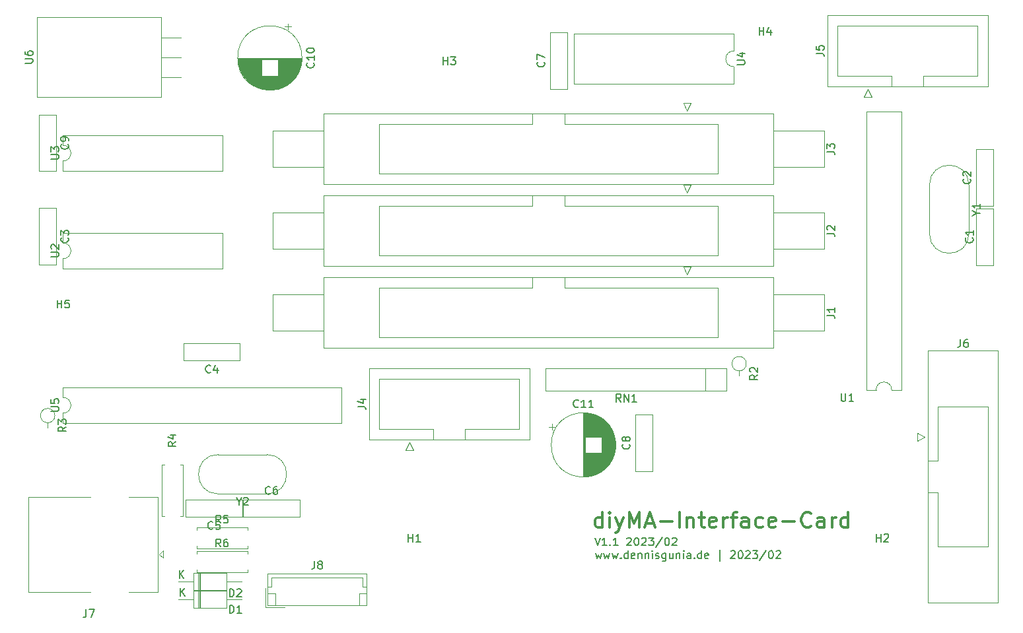
<source format=gbr>
%TF.GenerationSoftware,KiCad,Pcbnew,7.0.5*%
%TF.CreationDate,2023-07-03T18:55:37+02:00*%
%TF.ProjectId,Processor_Board,50726f63-6573-4736-9f72-5f426f617264,rev?*%
%TF.SameCoordinates,Original*%
%TF.FileFunction,Legend,Top*%
%TF.FilePolarity,Positive*%
%FSLAX46Y46*%
G04 Gerber Fmt 4.6, Leading zero omitted, Abs format (unit mm)*
G04 Created by KiCad (PCBNEW 7.0.5) date 2023-07-03 18:55:37*
%MOMM*%
%LPD*%
G01*
G04 APERTURE LIST*
%ADD10C,0.150000*%
%ADD11C,0.300000*%
%ADD12C,0.200000*%
%ADD13C,0.120000*%
G04 APERTURE END LIST*
D10*
X103172286Y-106134819D02*
X103505619Y-107134819D01*
X103505619Y-107134819D02*
X103838952Y-106134819D01*
X104696095Y-107134819D02*
X104124667Y-107134819D01*
X104410381Y-107134819D02*
X104410381Y-106134819D01*
X104410381Y-106134819D02*
X104315143Y-106277676D01*
X104315143Y-106277676D02*
X104219905Y-106372914D01*
X104219905Y-106372914D02*
X104124667Y-106420533D01*
X105124667Y-107039580D02*
X105172286Y-107087200D01*
X105172286Y-107087200D02*
X105124667Y-107134819D01*
X105124667Y-107134819D02*
X105077048Y-107087200D01*
X105077048Y-107087200D02*
X105124667Y-107039580D01*
X105124667Y-107039580D02*
X105124667Y-107134819D01*
X106124666Y-107134819D02*
X105553238Y-107134819D01*
X105838952Y-107134819D02*
X105838952Y-106134819D01*
X105838952Y-106134819D02*
X105743714Y-106277676D01*
X105743714Y-106277676D02*
X105648476Y-106372914D01*
X105648476Y-106372914D02*
X105553238Y-106420533D01*
X107267524Y-106230057D02*
X107315143Y-106182438D01*
X107315143Y-106182438D02*
X107410381Y-106134819D01*
X107410381Y-106134819D02*
X107648476Y-106134819D01*
X107648476Y-106134819D02*
X107743714Y-106182438D01*
X107743714Y-106182438D02*
X107791333Y-106230057D01*
X107791333Y-106230057D02*
X107838952Y-106325295D01*
X107838952Y-106325295D02*
X107838952Y-106420533D01*
X107838952Y-106420533D02*
X107791333Y-106563390D01*
X107791333Y-106563390D02*
X107219905Y-107134819D01*
X107219905Y-107134819D02*
X107838952Y-107134819D01*
X108458000Y-106134819D02*
X108553238Y-106134819D01*
X108553238Y-106134819D02*
X108648476Y-106182438D01*
X108648476Y-106182438D02*
X108696095Y-106230057D01*
X108696095Y-106230057D02*
X108743714Y-106325295D01*
X108743714Y-106325295D02*
X108791333Y-106515771D01*
X108791333Y-106515771D02*
X108791333Y-106753866D01*
X108791333Y-106753866D02*
X108743714Y-106944342D01*
X108743714Y-106944342D02*
X108696095Y-107039580D01*
X108696095Y-107039580D02*
X108648476Y-107087200D01*
X108648476Y-107087200D02*
X108553238Y-107134819D01*
X108553238Y-107134819D02*
X108458000Y-107134819D01*
X108458000Y-107134819D02*
X108362762Y-107087200D01*
X108362762Y-107087200D02*
X108315143Y-107039580D01*
X108315143Y-107039580D02*
X108267524Y-106944342D01*
X108267524Y-106944342D02*
X108219905Y-106753866D01*
X108219905Y-106753866D02*
X108219905Y-106515771D01*
X108219905Y-106515771D02*
X108267524Y-106325295D01*
X108267524Y-106325295D02*
X108315143Y-106230057D01*
X108315143Y-106230057D02*
X108362762Y-106182438D01*
X108362762Y-106182438D02*
X108458000Y-106134819D01*
X109172286Y-106230057D02*
X109219905Y-106182438D01*
X109219905Y-106182438D02*
X109315143Y-106134819D01*
X109315143Y-106134819D02*
X109553238Y-106134819D01*
X109553238Y-106134819D02*
X109648476Y-106182438D01*
X109648476Y-106182438D02*
X109696095Y-106230057D01*
X109696095Y-106230057D02*
X109743714Y-106325295D01*
X109743714Y-106325295D02*
X109743714Y-106420533D01*
X109743714Y-106420533D02*
X109696095Y-106563390D01*
X109696095Y-106563390D02*
X109124667Y-107134819D01*
X109124667Y-107134819D02*
X109743714Y-107134819D01*
X110077048Y-106134819D02*
X110696095Y-106134819D01*
X110696095Y-106134819D02*
X110362762Y-106515771D01*
X110362762Y-106515771D02*
X110505619Y-106515771D01*
X110505619Y-106515771D02*
X110600857Y-106563390D01*
X110600857Y-106563390D02*
X110648476Y-106611009D01*
X110648476Y-106611009D02*
X110696095Y-106706247D01*
X110696095Y-106706247D02*
X110696095Y-106944342D01*
X110696095Y-106944342D02*
X110648476Y-107039580D01*
X110648476Y-107039580D02*
X110600857Y-107087200D01*
X110600857Y-107087200D02*
X110505619Y-107134819D01*
X110505619Y-107134819D02*
X110219905Y-107134819D01*
X110219905Y-107134819D02*
X110124667Y-107087200D01*
X110124667Y-107087200D02*
X110077048Y-107039580D01*
X111838952Y-106087200D02*
X110981810Y-107372914D01*
X112362762Y-106134819D02*
X112458000Y-106134819D01*
X112458000Y-106134819D02*
X112553238Y-106182438D01*
X112553238Y-106182438D02*
X112600857Y-106230057D01*
X112600857Y-106230057D02*
X112648476Y-106325295D01*
X112648476Y-106325295D02*
X112696095Y-106515771D01*
X112696095Y-106515771D02*
X112696095Y-106753866D01*
X112696095Y-106753866D02*
X112648476Y-106944342D01*
X112648476Y-106944342D02*
X112600857Y-107039580D01*
X112600857Y-107039580D02*
X112553238Y-107087200D01*
X112553238Y-107087200D02*
X112458000Y-107134819D01*
X112458000Y-107134819D02*
X112362762Y-107134819D01*
X112362762Y-107134819D02*
X112267524Y-107087200D01*
X112267524Y-107087200D02*
X112219905Y-107039580D01*
X112219905Y-107039580D02*
X112172286Y-106944342D01*
X112172286Y-106944342D02*
X112124667Y-106753866D01*
X112124667Y-106753866D02*
X112124667Y-106515771D01*
X112124667Y-106515771D02*
X112172286Y-106325295D01*
X112172286Y-106325295D02*
X112219905Y-106230057D01*
X112219905Y-106230057D02*
X112267524Y-106182438D01*
X112267524Y-106182438D02*
X112362762Y-106134819D01*
X113077048Y-106230057D02*
X113124667Y-106182438D01*
X113124667Y-106182438D02*
X113219905Y-106134819D01*
X113219905Y-106134819D02*
X113458000Y-106134819D01*
X113458000Y-106134819D02*
X113553238Y-106182438D01*
X113553238Y-106182438D02*
X113600857Y-106230057D01*
X113600857Y-106230057D02*
X113648476Y-106325295D01*
X113648476Y-106325295D02*
X113648476Y-106420533D01*
X113648476Y-106420533D02*
X113600857Y-106563390D01*
X113600857Y-106563390D02*
X113029429Y-107134819D01*
X113029429Y-107134819D02*
X113648476Y-107134819D01*
D11*
X104124666Y-104839638D02*
X104124666Y-102839638D01*
X104124666Y-104744400D02*
X103934190Y-104839638D01*
X103934190Y-104839638D02*
X103553237Y-104839638D01*
X103553237Y-104839638D02*
X103362761Y-104744400D01*
X103362761Y-104744400D02*
X103267523Y-104649161D01*
X103267523Y-104649161D02*
X103172285Y-104458685D01*
X103172285Y-104458685D02*
X103172285Y-103887257D01*
X103172285Y-103887257D02*
X103267523Y-103696780D01*
X103267523Y-103696780D02*
X103362761Y-103601542D01*
X103362761Y-103601542D02*
X103553237Y-103506304D01*
X103553237Y-103506304D02*
X103934190Y-103506304D01*
X103934190Y-103506304D02*
X104124666Y-103601542D01*
X105077047Y-104839638D02*
X105077047Y-103506304D01*
X105077047Y-102839638D02*
X104981809Y-102934876D01*
X104981809Y-102934876D02*
X105077047Y-103030114D01*
X105077047Y-103030114D02*
X105172285Y-102934876D01*
X105172285Y-102934876D02*
X105077047Y-102839638D01*
X105077047Y-102839638D02*
X105077047Y-103030114D01*
X105838952Y-103506304D02*
X106315142Y-104839638D01*
X106791333Y-103506304D02*
X106315142Y-104839638D01*
X106315142Y-104839638D02*
X106124666Y-105315828D01*
X106124666Y-105315828D02*
X106029428Y-105411066D01*
X106029428Y-105411066D02*
X105838952Y-105506304D01*
X107553238Y-104839638D02*
X107553238Y-102839638D01*
X107553238Y-102839638D02*
X108219905Y-104268209D01*
X108219905Y-104268209D02*
X108886571Y-102839638D01*
X108886571Y-102839638D02*
X108886571Y-104839638D01*
X109743714Y-104268209D02*
X110696095Y-104268209D01*
X109553238Y-104839638D02*
X110219904Y-102839638D01*
X110219904Y-102839638D02*
X110886571Y-104839638D01*
X111553238Y-104077733D02*
X113077048Y-104077733D01*
X114029428Y-104839638D02*
X114029428Y-102839638D01*
X114981809Y-103506304D02*
X114981809Y-104839638D01*
X114981809Y-103696780D02*
X115077047Y-103601542D01*
X115077047Y-103601542D02*
X115267523Y-103506304D01*
X115267523Y-103506304D02*
X115553238Y-103506304D01*
X115553238Y-103506304D02*
X115743714Y-103601542D01*
X115743714Y-103601542D02*
X115838952Y-103792019D01*
X115838952Y-103792019D02*
X115838952Y-104839638D01*
X116505619Y-103506304D02*
X117267523Y-103506304D01*
X116791333Y-102839638D02*
X116791333Y-104553923D01*
X116791333Y-104553923D02*
X116886571Y-104744400D01*
X116886571Y-104744400D02*
X117077047Y-104839638D01*
X117077047Y-104839638D02*
X117267523Y-104839638D01*
X118696095Y-104744400D02*
X118505619Y-104839638D01*
X118505619Y-104839638D02*
X118124666Y-104839638D01*
X118124666Y-104839638D02*
X117934190Y-104744400D01*
X117934190Y-104744400D02*
X117838952Y-104553923D01*
X117838952Y-104553923D02*
X117838952Y-103792019D01*
X117838952Y-103792019D02*
X117934190Y-103601542D01*
X117934190Y-103601542D02*
X118124666Y-103506304D01*
X118124666Y-103506304D02*
X118505619Y-103506304D01*
X118505619Y-103506304D02*
X118696095Y-103601542D01*
X118696095Y-103601542D02*
X118791333Y-103792019D01*
X118791333Y-103792019D02*
X118791333Y-103982495D01*
X118791333Y-103982495D02*
X117838952Y-104172971D01*
X119648476Y-104839638D02*
X119648476Y-103506304D01*
X119648476Y-103887257D02*
X119743714Y-103696780D01*
X119743714Y-103696780D02*
X119838952Y-103601542D01*
X119838952Y-103601542D02*
X120029428Y-103506304D01*
X120029428Y-103506304D02*
X120219905Y-103506304D01*
X120600857Y-103506304D02*
X121362761Y-103506304D01*
X120886571Y-104839638D02*
X120886571Y-103125352D01*
X120886571Y-103125352D02*
X120981809Y-102934876D01*
X120981809Y-102934876D02*
X121172285Y-102839638D01*
X121172285Y-102839638D02*
X121362761Y-102839638D01*
X122886571Y-104839638D02*
X122886571Y-103792019D01*
X122886571Y-103792019D02*
X122791333Y-103601542D01*
X122791333Y-103601542D02*
X122600857Y-103506304D01*
X122600857Y-103506304D02*
X122219904Y-103506304D01*
X122219904Y-103506304D02*
X122029428Y-103601542D01*
X122886571Y-104744400D02*
X122696095Y-104839638D01*
X122696095Y-104839638D02*
X122219904Y-104839638D01*
X122219904Y-104839638D02*
X122029428Y-104744400D01*
X122029428Y-104744400D02*
X121934190Y-104553923D01*
X121934190Y-104553923D02*
X121934190Y-104363447D01*
X121934190Y-104363447D02*
X122029428Y-104172971D01*
X122029428Y-104172971D02*
X122219904Y-104077733D01*
X122219904Y-104077733D02*
X122696095Y-104077733D01*
X122696095Y-104077733D02*
X122886571Y-103982495D01*
X124696095Y-104744400D02*
X124505619Y-104839638D01*
X124505619Y-104839638D02*
X124124666Y-104839638D01*
X124124666Y-104839638D02*
X123934190Y-104744400D01*
X123934190Y-104744400D02*
X123838952Y-104649161D01*
X123838952Y-104649161D02*
X123743714Y-104458685D01*
X123743714Y-104458685D02*
X123743714Y-103887257D01*
X123743714Y-103887257D02*
X123838952Y-103696780D01*
X123838952Y-103696780D02*
X123934190Y-103601542D01*
X123934190Y-103601542D02*
X124124666Y-103506304D01*
X124124666Y-103506304D02*
X124505619Y-103506304D01*
X124505619Y-103506304D02*
X124696095Y-103601542D01*
X126315143Y-104744400D02*
X126124667Y-104839638D01*
X126124667Y-104839638D02*
X125743714Y-104839638D01*
X125743714Y-104839638D02*
X125553238Y-104744400D01*
X125553238Y-104744400D02*
X125458000Y-104553923D01*
X125458000Y-104553923D02*
X125458000Y-103792019D01*
X125458000Y-103792019D02*
X125553238Y-103601542D01*
X125553238Y-103601542D02*
X125743714Y-103506304D01*
X125743714Y-103506304D02*
X126124667Y-103506304D01*
X126124667Y-103506304D02*
X126315143Y-103601542D01*
X126315143Y-103601542D02*
X126410381Y-103792019D01*
X126410381Y-103792019D02*
X126410381Y-103982495D01*
X126410381Y-103982495D02*
X125458000Y-104172971D01*
X127267524Y-104077733D02*
X128791334Y-104077733D01*
X130886571Y-104649161D02*
X130791333Y-104744400D01*
X130791333Y-104744400D02*
X130505619Y-104839638D01*
X130505619Y-104839638D02*
X130315143Y-104839638D01*
X130315143Y-104839638D02*
X130029428Y-104744400D01*
X130029428Y-104744400D02*
X129838952Y-104553923D01*
X129838952Y-104553923D02*
X129743714Y-104363447D01*
X129743714Y-104363447D02*
X129648476Y-103982495D01*
X129648476Y-103982495D02*
X129648476Y-103696780D01*
X129648476Y-103696780D02*
X129743714Y-103315828D01*
X129743714Y-103315828D02*
X129838952Y-103125352D01*
X129838952Y-103125352D02*
X130029428Y-102934876D01*
X130029428Y-102934876D02*
X130315143Y-102839638D01*
X130315143Y-102839638D02*
X130505619Y-102839638D01*
X130505619Y-102839638D02*
X130791333Y-102934876D01*
X130791333Y-102934876D02*
X130886571Y-103030114D01*
X132600857Y-104839638D02*
X132600857Y-103792019D01*
X132600857Y-103792019D02*
X132505619Y-103601542D01*
X132505619Y-103601542D02*
X132315143Y-103506304D01*
X132315143Y-103506304D02*
X131934190Y-103506304D01*
X131934190Y-103506304D02*
X131743714Y-103601542D01*
X132600857Y-104744400D02*
X132410381Y-104839638D01*
X132410381Y-104839638D02*
X131934190Y-104839638D01*
X131934190Y-104839638D02*
X131743714Y-104744400D01*
X131743714Y-104744400D02*
X131648476Y-104553923D01*
X131648476Y-104553923D02*
X131648476Y-104363447D01*
X131648476Y-104363447D02*
X131743714Y-104172971D01*
X131743714Y-104172971D02*
X131934190Y-104077733D01*
X131934190Y-104077733D02*
X132410381Y-104077733D01*
X132410381Y-104077733D02*
X132600857Y-103982495D01*
X133553238Y-104839638D02*
X133553238Y-103506304D01*
X133553238Y-103887257D02*
X133648476Y-103696780D01*
X133648476Y-103696780D02*
X133743714Y-103601542D01*
X133743714Y-103601542D02*
X133934190Y-103506304D01*
X133934190Y-103506304D02*
X134124667Y-103506304D01*
X135648476Y-104839638D02*
X135648476Y-102839638D01*
X135648476Y-104744400D02*
X135458000Y-104839638D01*
X135458000Y-104839638D02*
X135077047Y-104839638D01*
X135077047Y-104839638D02*
X134886571Y-104744400D01*
X134886571Y-104744400D02*
X134791333Y-104649161D01*
X134791333Y-104649161D02*
X134696095Y-104458685D01*
X134696095Y-104458685D02*
X134696095Y-103887257D01*
X134696095Y-103887257D02*
X134791333Y-103696780D01*
X134791333Y-103696780D02*
X134886571Y-103601542D01*
X134886571Y-103601542D02*
X135077047Y-103506304D01*
X135077047Y-103506304D02*
X135458000Y-103506304D01*
X135458000Y-103506304D02*
X135648476Y-103601542D01*
D12*
X103257048Y-108145552D02*
X103447524Y-108812219D01*
X103447524Y-108812219D02*
X103638000Y-108336028D01*
X103638000Y-108336028D02*
X103828476Y-108812219D01*
X103828476Y-108812219D02*
X104018952Y-108145552D01*
X104304667Y-108145552D02*
X104495143Y-108812219D01*
X104495143Y-108812219D02*
X104685619Y-108336028D01*
X104685619Y-108336028D02*
X104876095Y-108812219D01*
X104876095Y-108812219D02*
X105066571Y-108145552D01*
X105352286Y-108145552D02*
X105542762Y-108812219D01*
X105542762Y-108812219D02*
X105733238Y-108336028D01*
X105733238Y-108336028D02*
X105923714Y-108812219D01*
X105923714Y-108812219D02*
X106114190Y-108145552D01*
X106495143Y-108716980D02*
X106542762Y-108764600D01*
X106542762Y-108764600D02*
X106495143Y-108812219D01*
X106495143Y-108812219D02*
X106447524Y-108764600D01*
X106447524Y-108764600D02*
X106495143Y-108716980D01*
X106495143Y-108716980D02*
X106495143Y-108812219D01*
X107399904Y-108812219D02*
X107399904Y-107812219D01*
X107399904Y-108764600D02*
X107304666Y-108812219D01*
X107304666Y-108812219D02*
X107114190Y-108812219D01*
X107114190Y-108812219D02*
X107018952Y-108764600D01*
X107018952Y-108764600D02*
X106971333Y-108716980D01*
X106971333Y-108716980D02*
X106923714Y-108621742D01*
X106923714Y-108621742D02*
X106923714Y-108336028D01*
X106923714Y-108336028D02*
X106971333Y-108240790D01*
X106971333Y-108240790D02*
X107018952Y-108193171D01*
X107018952Y-108193171D02*
X107114190Y-108145552D01*
X107114190Y-108145552D02*
X107304666Y-108145552D01*
X107304666Y-108145552D02*
X107399904Y-108193171D01*
X108257047Y-108764600D02*
X108161809Y-108812219D01*
X108161809Y-108812219D02*
X107971333Y-108812219D01*
X107971333Y-108812219D02*
X107876095Y-108764600D01*
X107876095Y-108764600D02*
X107828476Y-108669361D01*
X107828476Y-108669361D02*
X107828476Y-108288409D01*
X107828476Y-108288409D02*
X107876095Y-108193171D01*
X107876095Y-108193171D02*
X107971333Y-108145552D01*
X107971333Y-108145552D02*
X108161809Y-108145552D01*
X108161809Y-108145552D02*
X108257047Y-108193171D01*
X108257047Y-108193171D02*
X108304666Y-108288409D01*
X108304666Y-108288409D02*
X108304666Y-108383647D01*
X108304666Y-108383647D02*
X107828476Y-108478885D01*
X108733238Y-108145552D02*
X108733238Y-108812219D01*
X108733238Y-108240790D02*
X108780857Y-108193171D01*
X108780857Y-108193171D02*
X108876095Y-108145552D01*
X108876095Y-108145552D02*
X109018952Y-108145552D01*
X109018952Y-108145552D02*
X109114190Y-108193171D01*
X109114190Y-108193171D02*
X109161809Y-108288409D01*
X109161809Y-108288409D02*
X109161809Y-108812219D01*
X109638000Y-108145552D02*
X109638000Y-108812219D01*
X109638000Y-108240790D02*
X109685619Y-108193171D01*
X109685619Y-108193171D02*
X109780857Y-108145552D01*
X109780857Y-108145552D02*
X109923714Y-108145552D01*
X109923714Y-108145552D02*
X110018952Y-108193171D01*
X110018952Y-108193171D02*
X110066571Y-108288409D01*
X110066571Y-108288409D02*
X110066571Y-108812219D01*
X110542762Y-108812219D02*
X110542762Y-108145552D01*
X110542762Y-107812219D02*
X110495143Y-107859838D01*
X110495143Y-107859838D02*
X110542762Y-107907457D01*
X110542762Y-107907457D02*
X110590381Y-107859838D01*
X110590381Y-107859838D02*
X110542762Y-107812219D01*
X110542762Y-107812219D02*
X110542762Y-107907457D01*
X110971333Y-108764600D02*
X111066571Y-108812219D01*
X111066571Y-108812219D02*
X111257047Y-108812219D01*
X111257047Y-108812219D02*
X111352285Y-108764600D01*
X111352285Y-108764600D02*
X111399904Y-108669361D01*
X111399904Y-108669361D02*
X111399904Y-108621742D01*
X111399904Y-108621742D02*
X111352285Y-108526504D01*
X111352285Y-108526504D02*
X111257047Y-108478885D01*
X111257047Y-108478885D02*
X111114190Y-108478885D01*
X111114190Y-108478885D02*
X111018952Y-108431266D01*
X111018952Y-108431266D02*
X110971333Y-108336028D01*
X110971333Y-108336028D02*
X110971333Y-108288409D01*
X110971333Y-108288409D02*
X111018952Y-108193171D01*
X111018952Y-108193171D02*
X111114190Y-108145552D01*
X111114190Y-108145552D02*
X111257047Y-108145552D01*
X111257047Y-108145552D02*
X111352285Y-108193171D01*
X112257047Y-108145552D02*
X112257047Y-108955076D01*
X112257047Y-108955076D02*
X112209428Y-109050314D01*
X112209428Y-109050314D02*
X112161809Y-109097933D01*
X112161809Y-109097933D02*
X112066571Y-109145552D01*
X112066571Y-109145552D02*
X111923714Y-109145552D01*
X111923714Y-109145552D02*
X111828476Y-109097933D01*
X112257047Y-108764600D02*
X112161809Y-108812219D01*
X112161809Y-108812219D02*
X111971333Y-108812219D01*
X111971333Y-108812219D02*
X111876095Y-108764600D01*
X111876095Y-108764600D02*
X111828476Y-108716980D01*
X111828476Y-108716980D02*
X111780857Y-108621742D01*
X111780857Y-108621742D02*
X111780857Y-108336028D01*
X111780857Y-108336028D02*
X111828476Y-108240790D01*
X111828476Y-108240790D02*
X111876095Y-108193171D01*
X111876095Y-108193171D02*
X111971333Y-108145552D01*
X111971333Y-108145552D02*
X112161809Y-108145552D01*
X112161809Y-108145552D02*
X112257047Y-108193171D01*
X113161809Y-108145552D02*
X113161809Y-108812219D01*
X112733238Y-108145552D02*
X112733238Y-108669361D01*
X112733238Y-108669361D02*
X112780857Y-108764600D01*
X112780857Y-108764600D02*
X112876095Y-108812219D01*
X112876095Y-108812219D02*
X113018952Y-108812219D01*
X113018952Y-108812219D02*
X113114190Y-108764600D01*
X113114190Y-108764600D02*
X113161809Y-108716980D01*
X113638000Y-108145552D02*
X113638000Y-108812219D01*
X113638000Y-108240790D02*
X113685619Y-108193171D01*
X113685619Y-108193171D02*
X113780857Y-108145552D01*
X113780857Y-108145552D02*
X113923714Y-108145552D01*
X113923714Y-108145552D02*
X114018952Y-108193171D01*
X114018952Y-108193171D02*
X114066571Y-108288409D01*
X114066571Y-108288409D02*
X114066571Y-108812219D01*
X114542762Y-108812219D02*
X114542762Y-108145552D01*
X114542762Y-107812219D02*
X114495143Y-107859838D01*
X114495143Y-107859838D02*
X114542762Y-107907457D01*
X114542762Y-107907457D02*
X114590381Y-107859838D01*
X114590381Y-107859838D02*
X114542762Y-107812219D01*
X114542762Y-107812219D02*
X114542762Y-107907457D01*
X115447523Y-108812219D02*
X115447523Y-108288409D01*
X115447523Y-108288409D02*
X115399904Y-108193171D01*
X115399904Y-108193171D02*
X115304666Y-108145552D01*
X115304666Y-108145552D02*
X115114190Y-108145552D01*
X115114190Y-108145552D02*
X115018952Y-108193171D01*
X115447523Y-108764600D02*
X115352285Y-108812219D01*
X115352285Y-108812219D02*
X115114190Y-108812219D01*
X115114190Y-108812219D02*
X115018952Y-108764600D01*
X115018952Y-108764600D02*
X114971333Y-108669361D01*
X114971333Y-108669361D02*
X114971333Y-108574123D01*
X114971333Y-108574123D02*
X115018952Y-108478885D01*
X115018952Y-108478885D02*
X115114190Y-108431266D01*
X115114190Y-108431266D02*
X115352285Y-108431266D01*
X115352285Y-108431266D02*
X115447523Y-108383647D01*
X115923714Y-108716980D02*
X115971333Y-108764600D01*
X115971333Y-108764600D02*
X115923714Y-108812219D01*
X115923714Y-108812219D02*
X115876095Y-108764600D01*
X115876095Y-108764600D02*
X115923714Y-108716980D01*
X115923714Y-108716980D02*
X115923714Y-108812219D01*
X116828475Y-108812219D02*
X116828475Y-107812219D01*
X116828475Y-108764600D02*
X116733237Y-108812219D01*
X116733237Y-108812219D02*
X116542761Y-108812219D01*
X116542761Y-108812219D02*
X116447523Y-108764600D01*
X116447523Y-108764600D02*
X116399904Y-108716980D01*
X116399904Y-108716980D02*
X116352285Y-108621742D01*
X116352285Y-108621742D02*
X116352285Y-108336028D01*
X116352285Y-108336028D02*
X116399904Y-108240790D01*
X116399904Y-108240790D02*
X116447523Y-108193171D01*
X116447523Y-108193171D02*
X116542761Y-108145552D01*
X116542761Y-108145552D02*
X116733237Y-108145552D01*
X116733237Y-108145552D02*
X116828475Y-108193171D01*
X117685618Y-108764600D02*
X117590380Y-108812219D01*
X117590380Y-108812219D02*
X117399904Y-108812219D01*
X117399904Y-108812219D02*
X117304666Y-108764600D01*
X117304666Y-108764600D02*
X117257047Y-108669361D01*
X117257047Y-108669361D02*
X117257047Y-108288409D01*
X117257047Y-108288409D02*
X117304666Y-108193171D01*
X117304666Y-108193171D02*
X117399904Y-108145552D01*
X117399904Y-108145552D02*
X117590380Y-108145552D01*
X117590380Y-108145552D02*
X117685618Y-108193171D01*
X117685618Y-108193171D02*
X117733237Y-108288409D01*
X117733237Y-108288409D02*
X117733237Y-108383647D01*
X117733237Y-108383647D02*
X117257047Y-108478885D01*
X119161809Y-109145552D02*
X119161809Y-107716980D01*
X120590381Y-107907457D02*
X120638000Y-107859838D01*
X120638000Y-107859838D02*
X120733238Y-107812219D01*
X120733238Y-107812219D02*
X120971333Y-107812219D01*
X120971333Y-107812219D02*
X121066571Y-107859838D01*
X121066571Y-107859838D02*
X121114190Y-107907457D01*
X121114190Y-107907457D02*
X121161809Y-108002695D01*
X121161809Y-108002695D02*
X121161809Y-108097933D01*
X121161809Y-108097933D02*
X121114190Y-108240790D01*
X121114190Y-108240790D02*
X120542762Y-108812219D01*
X120542762Y-108812219D02*
X121161809Y-108812219D01*
X121780857Y-107812219D02*
X121876095Y-107812219D01*
X121876095Y-107812219D02*
X121971333Y-107859838D01*
X121971333Y-107859838D02*
X122018952Y-107907457D01*
X122018952Y-107907457D02*
X122066571Y-108002695D01*
X122066571Y-108002695D02*
X122114190Y-108193171D01*
X122114190Y-108193171D02*
X122114190Y-108431266D01*
X122114190Y-108431266D02*
X122066571Y-108621742D01*
X122066571Y-108621742D02*
X122018952Y-108716980D01*
X122018952Y-108716980D02*
X121971333Y-108764600D01*
X121971333Y-108764600D02*
X121876095Y-108812219D01*
X121876095Y-108812219D02*
X121780857Y-108812219D01*
X121780857Y-108812219D02*
X121685619Y-108764600D01*
X121685619Y-108764600D02*
X121638000Y-108716980D01*
X121638000Y-108716980D02*
X121590381Y-108621742D01*
X121590381Y-108621742D02*
X121542762Y-108431266D01*
X121542762Y-108431266D02*
X121542762Y-108193171D01*
X121542762Y-108193171D02*
X121590381Y-108002695D01*
X121590381Y-108002695D02*
X121638000Y-107907457D01*
X121638000Y-107907457D02*
X121685619Y-107859838D01*
X121685619Y-107859838D02*
X121780857Y-107812219D01*
X122495143Y-107907457D02*
X122542762Y-107859838D01*
X122542762Y-107859838D02*
X122638000Y-107812219D01*
X122638000Y-107812219D02*
X122876095Y-107812219D01*
X122876095Y-107812219D02*
X122971333Y-107859838D01*
X122971333Y-107859838D02*
X123018952Y-107907457D01*
X123018952Y-107907457D02*
X123066571Y-108002695D01*
X123066571Y-108002695D02*
X123066571Y-108097933D01*
X123066571Y-108097933D02*
X123018952Y-108240790D01*
X123018952Y-108240790D02*
X122447524Y-108812219D01*
X122447524Y-108812219D02*
X123066571Y-108812219D01*
X123399905Y-107812219D02*
X124018952Y-107812219D01*
X124018952Y-107812219D02*
X123685619Y-108193171D01*
X123685619Y-108193171D02*
X123828476Y-108193171D01*
X123828476Y-108193171D02*
X123923714Y-108240790D01*
X123923714Y-108240790D02*
X123971333Y-108288409D01*
X123971333Y-108288409D02*
X124018952Y-108383647D01*
X124018952Y-108383647D02*
X124018952Y-108621742D01*
X124018952Y-108621742D02*
X123971333Y-108716980D01*
X123971333Y-108716980D02*
X123923714Y-108764600D01*
X123923714Y-108764600D02*
X123828476Y-108812219D01*
X123828476Y-108812219D02*
X123542762Y-108812219D01*
X123542762Y-108812219D02*
X123447524Y-108764600D01*
X123447524Y-108764600D02*
X123399905Y-108716980D01*
X125161809Y-107764600D02*
X124304667Y-109050314D01*
X125685619Y-107812219D02*
X125780857Y-107812219D01*
X125780857Y-107812219D02*
X125876095Y-107859838D01*
X125876095Y-107859838D02*
X125923714Y-107907457D01*
X125923714Y-107907457D02*
X125971333Y-108002695D01*
X125971333Y-108002695D02*
X126018952Y-108193171D01*
X126018952Y-108193171D02*
X126018952Y-108431266D01*
X126018952Y-108431266D02*
X125971333Y-108621742D01*
X125971333Y-108621742D02*
X125923714Y-108716980D01*
X125923714Y-108716980D02*
X125876095Y-108764600D01*
X125876095Y-108764600D02*
X125780857Y-108812219D01*
X125780857Y-108812219D02*
X125685619Y-108812219D01*
X125685619Y-108812219D02*
X125590381Y-108764600D01*
X125590381Y-108764600D02*
X125542762Y-108716980D01*
X125542762Y-108716980D02*
X125495143Y-108621742D01*
X125495143Y-108621742D02*
X125447524Y-108431266D01*
X125447524Y-108431266D02*
X125447524Y-108193171D01*
X125447524Y-108193171D02*
X125495143Y-108002695D01*
X125495143Y-108002695D02*
X125542762Y-107907457D01*
X125542762Y-107907457D02*
X125590381Y-107859838D01*
X125590381Y-107859838D02*
X125685619Y-107812219D01*
X126399905Y-107907457D02*
X126447524Y-107859838D01*
X126447524Y-107859838D02*
X126542762Y-107812219D01*
X126542762Y-107812219D02*
X126780857Y-107812219D01*
X126780857Y-107812219D02*
X126876095Y-107859838D01*
X126876095Y-107859838D02*
X126923714Y-107907457D01*
X126923714Y-107907457D02*
X126971333Y-108002695D01*
X126971333Y-108002695D02*
X126971333Y-108097933D01*
X126971333Y-108097933D02*
X126923714Y-108240790D01*
X126923714Y-108240790D02*
X126352286Y-108812219D01*
X126352286Y-108812219D02*
X126971333Y-108812219D01*
D10*
%TO.C,R2*%
X124040819Y-85256666D02*
X123564628Y-85589999D01*
X124040819Y-85828094D02*
X123040819Y-85828094D01*
X123040819Y-85828094D02*
X123040819Y-85447142D01*
X123040819Y-85447142D02*
X123088438Y-85351904D01*
X123088438Y-85351904D02*
X123136057Y-85304285D01*
X123136057Y-85304285D02*
X123231295Y-85256666D01*
X123231295Y-85256666D02*
X123374152Y-85256666D01*
X123374152Y-85256666D02*
X123469390Y-85304285D01*
X123469390Y-85304285D02*
X123517009Y-85351904D01*
X123517009Y-85351904D02*
X123564628Y-85447142D01*
X123564628Y-85447142D02*
X123564628Y-85828094D01*
X123136057Y-84875713D02*
X123088438Y-84828094D01*
X123088438Y-84828094D02*
X123040819Y-84732856D01*
X123040819Y-84732856D02*
X123040819Y-84494761D01*
X123040819Y-84494761D02*
X123088438Y-84399523D01*
X123088438Y-84399523D02*
X123136057Y-84351904D01*
X123136057Y-84351904D02*
X123231295Y-84304285D01*
X123231295Y-84304285D02*
X123326533Y-84304285D01*
X123326533Y-84304285D02*
X123469390Y-84351904D01*
X123469390Y-84351904D02*
X124040819Y-84923332D01*
X124040819Y-84923332D02*
X124040819Y-84304285D01*
%TO.C,J8*%
X67230666Y-109130819D02*
X67230666Y-109845104D01*
X67230666Y-109845104D02*
X67183047Y-109987961D01*
X67183047Y-109987961D02*
X67087809Y-110083200D01*
X67087809Y-110083200D02*
X66944952Y-110130819D01*
X66944952Y-110130819D02*
X66849714Y-110130819D01*
X67849714Y-109559390D02*
X67754476Y-109511771D01*
X67754476Y-109511771D02*
X67706857Y-109464152D01*
X67706857Y-109464152D02*
X67659238Y-109368914D01*
X67659238Y-109368914D02*
X67659238Y-109321295D01*
X67659238Y-109321295D02*
X67706857Y-109226057D01*
X67706857Y-109226057D02*
X67754476Y-109178438D01*
X67754476Y-109178438D02*
X67849714Y-109130819D01*
X67849714Y-109130819D02*
X68040190Y-109130819D01*
X68040190Y-109130819D02*
X68135428Y-109178438D01*
X68135428Y-109178438D02*
X68183047Y-109226057D01*
X68183047Y-109226057D02*
X68230666Y-109321295D01*
X68230666Y-109321295D02*
X68230666Y-109368914D01*
X68230666Y-109368914D02*
X68183047Y-109464152D01*
X68183047Y-109464152D02*
X68135428Y-109511771D01*
X68135428Y-109511771D02*
X68040190Y-109559390D01*
X68040190Y-109559390D02*
X67849714Y-109559390D01*
X67849714Y-109559390D02*
X67754476Y-109607009D01*
X67754476Y-109607009D02*
X67706857Y-109654628D01*
X67706857Y-109654628D02*
X67659238Y-109749866D01*
X67659238Y-109749866D02*
X67659238Y-109940342D01*
X67659238Y-109940342D02*
X67706857Y-110035580D01*
X67706857Y-110035580D02*
X67754476Y-110083200D01*
X67754476Y-110083200D02*
X67849714Y-110130819D01*
X67849714Y-110130819D02*
X68040190Y-110130819D01*
X68040190Y-110130819D02*
X68135428Y-110083200D01*
X68135428Y-110083200D02*
X68183047Y-110035580D01*
X68183047Y-110035580D02*
X68230666Y-109940342D01*
X68230666Y-109940342D02*
X68230666Y-109749866D01*
X68230666Y-109749866D02*
X68183047Y-109654628D01*
X68183047Y-109654628D02*
X68135428Y-109607009D01*
X68135428Y-109607009D02*
X68040190Y-109559390D01*
%TO.C,H3*%
X83738095Y-45454819D02*
X83738095Y-44454819D01*
X83738095Y-44931009D02*
X84309523Y-44931009D01*
X84309523Y-45454819D02*
X84309523Y-44454819D01*
X84690476Y-44454819D02*
X85309523Y-44454819D01*
X85309523Y-44454819D02*
X84976190Y-44835771D01*
X84976190Y-44835771D02*
X85119047Y-44835771D01*
X85119047Y-44835771D02*
X85214285Y-44883390D01*
X85214285Y-44883390D02*
X85261904Y-44931009D01*
X85261904Y-44931009D02*
X85309523Y-45026247D01*
X85309523Y-45026247D02*
X85309523Y-45264342D01*
X85309523Y-45264342D02*
X85261904Y-45359580D01*
X85261904Y-45359580D02*
X85214285Y-45407200D01*
X85214285Y-45407200D02*
X85119047Y-45454819D01*
X85119047Y-45454819D02*
X84833333Y-45454819D01*
X84833333Y-45454819D02*
X84738095Y-45407200D01*
X84738095Y-45407200D02*
X84690476Y-45359580D01*
%TO.C,C10*%
X67109580Y-45240206D02*
X67157200Y-45287825D01*
X67157200Y-45287825D02*
X67204819Y-45430682D01*
X67204819Y-45430682D02*
X67204819Y-45525920D01*
X67204819Y-45525920D02*
X67157200Y-45668777D01*
X67157200Y-45668777D02*
X67061961Y-45764015D01*
X67061961Y-45764015D02*
X66966723Y-45811634D01*
X66966723Y-45811634D02*
X66776247Y-45859253D01*
X66776247Y-45859253D02*
X66633390Y-45859253D01*
X66633390Y-45859253D02*
X66442914Y-45811634D01*
X66442914Y-45811634D02*
X66347676Y-45764015D01*
X66347676Y-45764015D02*
X66252438Y-45668777D01*
X66252438Y-45668777D02*
X66204819Y-45525920D01*
X66204819Y-45525920D02*
X66204819Y-45430682D01*
X66204819Y-45430682D02*
X66252438Y-45287825D01*
X66252438Y-45287825D02*
X66300057Y-45240206D01*
X67204819Y-44287825D02*
X67204819Y-44859253D01*
X67204819Y-44573539D02*
X66204819Y-44573539D01*
X66204819Y-44573539D02*
X66347676Y-44668777D01*
X66347676Y-44668777D02*
X66442914Y-44764015D01*
X66442914Y-44764015D02*
X66490533Y-44859253D01*
X66204819Y-43668777D02*
X66204819Y-43573539D01*
X66204819Y-43573539D02*
X66252438Y-43478301D01*
X66252438Y-43478301D02*
X66300057Y-43430682D01*
X66300057Y-43430682D02*
X66395295Y-43383063D01*
X66395295Y-43383063D02*
X66585771Y-43335444D01*
X66585771Y-43335444D02*
X66823866Y-43335444D01*
X66823866Y-43335444D02*
X67014342Y-43383063D01*
X67014342Y-43383063D02*
X67109580Y-43430682D01*
X67109580Y-43430682D02*
X67157200Y-43478301D01*
X67157200Y-43478301D02*
X67204819Y-43573539D01*
X67204819Y-43573539D02*
X67204819Y-43668777D01*
X67204819Y-43668777D02*
X67157200Y-43764015D01*
X67157200Y-43764015D02*
X67109580Y-43811634D01*
X67109580Y-43811634D02*
X67014342Y-43859253D01*
X67014342Y-43859253D02*
X66823866Y-43906872D01*
X66823866Y-43906872D02*
X66585771Y-43906872D01*
X66585771Y-43906872D02*
X66395295Y-43859253D01*
X66395295Y-43859253D02*
X66300057Y-43811634D01*
X66300057Y-43811634D02*
X66252438Y-43764015D01*
X66252438Y-43764015D02*
X66204819Y-43668777D01*
%TO.C,D1*%
X56329905Y-115800819D02*
X56329905Y-114800819D01*
X56329905Y-114800819D02*
X56568000Y-114800819D01*
X56568000Y-114800819D02*
X56710857Y-114848438D01*
X56710857Y-114848438D02*
X56806095Y-114943676D01*
X56806095Y-114943676D02*
X56853714Y-115038914D01*
X56853714Y-115038914D02*
X56901333Y-115229390D01*
X56901333Y-115229390D02*
X56901333Y-115372247D01*
X56901333Y-115372247D02*
X56853714Y-115562723D01*
X56853714Y-115562723D02*
X56806095Y-115657961D01*
X56806095Y-115657961D02*
X56710857Y-115753200D01*
X56710857Y-115753200D02*
X56568000Y-115800819D01*
X56568000Y-115800819D02*
X56329905Y-115800819D01*
X57853714Y-115800819D02*
X57282286Y-115800819D01*
X57568000Y-115800819D02*
X57568000Y-114800819D01*
X57568000Y-114800819D02*
X57472762Y-114943676D01*
X57472762Y-114943676D02*
X57377524Y-115038914D01*
X57377524Y-115038914D02*
X57282286Y-115086533D01*
X50006095Y-113600819D02*
X50006095Y-112600819D01*
X50577523Y-113600819D02*
X50148952Y-113029390D01*
X50577523Y-112600819D02*
X50006095Y-113172247D01*
%TO.C,C9*%
X35609580Y-55666666D02*
X35657200Y-55714285D01*
X35657200Y-55714285D02*
X35704819Y-55857142D01*
X35704819Y-55857142D02*
X35704819Y-55952380D01*
X35704819Y-55952380D02*
X35657200Y-56095237D01*
X35657200Y-56095237D02*
X35561961Y-56190475D01*
X35561961Y-56190475D02*
X35466723Y-56238094D01*
X35466723Y-56238094D02*
X35276247Y-56285713D01*
X35276247Y-56285713D02*
X35133390Y-56285713D01*
X35133390Y-56285713D02*
X34942914Y-56238094D01*
X34942914Y-56238094D02*
X34847676Y-56190475D01*
X34847676Y-56190475D02*
X34752438Y-56095237D01*
X34752438Y-56095237D02*
X34704819Y-55952380D01*
X34704819Y-55952380D02*
X34704819Y-55857142D01*
X34704819Y-55857142D02*
X34752438Y-55714285D01*
X34752438Y-55714285D02*
X34800057Y-55666666D01*
X35704819Y-55190475D02*
X35704819Y-54999999D01*
X35704819Y-54999999D02*
X35657200Y-54904761D01*
X35657200Y-54904761D02*
X35609580Y-54857142D01*
X35609580Y-54857142D02*
X35466723Y-54761904D01*
X35466723Y-54761904D02*
X35276247Y-54714285D01*
X35276247Y-54714285D02*
X34895295Y-54714285D01*
X34895295Y-54714285D02*
X34800057Y-54761904D01*
X34800057Y-54761904D02*
X34752438Y-54809523D01*
X34752438Y-54809523D02*
X34704819Y-54904761D01*
X34704819Y-54904761D02*
X34704819Y-55095237D01*
X34704819Y-55095237D02*
X34752438Y-55190475D01*
X34752438Y-55190475D02*
X34800057Y-55238094D01*
X34800057Y-55238094D02*
X34895295Y-55285713D01*
X34895295Y-55285713D02*
X35133390Y-55285713D01*
X35133390Y-55285713D02*
X35228628Y-55238094D01*
X35228628Y-55238094D02*
X35276247Y-55190475D01*
X35276247Y-55190475D02*
X35323866Y-55095237D01*
X35323866Y-55095237D02*
X35323866Y-54904761D01*
X35323866Y-54904761D02*
X35276247Y-54809523D01*
X35276247Y-54809523D02*
X35228628Y-54761904D01*
X35228628Y-54761904D02*
X35133390Y-54714285D01*
%TO.C,J1*%
X132924819Y-77603333D02*
X133639104Y-77603333D01*
X133639104Y-77603333D02*
X133781961Y-77650952D01*
X133781961Y-77650952D02*
X133877200Y-77746190D01*
X133877200Y-77746190D02*
X133924819Y-77889047D01*
X133924819Y-77889047D02*
X133924819Y-77984285D01*
X133924819Y-76603333D02*
X133924819Y-77174761D01*
X133924819Y-76889047D02*
X132924819Y-76889047D01*
X132924819Y-76889047D02*
X133067676Y-76984285D01*
X133067676Y-76984285D02*
X133162914Y-77079523D01*
X133162914Y-77079523D02*
X133210533Y-77174761D01*
%TO.C,U2*%
X33446819Y-70103904D02*
X34256342Y-70103904D01*
X34256342Y-70103904D02*
X34351580Y-70056285D01*
X34351580Y-70056285D02*
X34399200Y-70008666D01*
X34399200Y-70008666D02*
X34446819Y-69913428D01*
X34446819Y-69913428D02*
X34446819Y-69722952D01*
X34446819Y-69722952D02*
X34399200Y-69627714D01*
X34399200Y-69627714D02*
X34351580Y-69580095D01*
X34351580Y-69580095D02*
X34256342Y-69532476D01*
X34256342Y-69532476D02*
X33446819Y-69532476D01*
X33542057Y-69103904D02*
X33494438Y-69056285D01*
X33494438Y-69056285D02*
X33446819Y-68961047D01*
X33446819Y-68961047D02*
X33446819Y-68722952D01*
X33446819Y-68722952D02*
X33494438Y-68627714D01*
X33494438Y-68627714D02*
X33542057Y-68580095D01*
X33542057Y-68580095D02*
X33637295Y-68532476D01*
X33637295Y-68532476D02*
X33732533Y-68532476D01*
X33732533Y-68532476D02*
X33875390Y-68580095D01*
X33875390Y-68580095D02*
X34446819Y-69151523D01*
X34446819Y-69151523D02*
X34446819Y-68532476D01*
%TO.C,J3*%
X132924819Y-56603333D02*
X133639104Y-56603333D01*
X133639104Y-56603333D02*
X133781961Y-56650952D01*
X133781961Y-56650952D02*
X133877200Y-56746190D01*
X133877200Y-56746190D02*
X133924819Y-56889047D01*
X133924819Y-56889047D02*
X133924819Y-56984285D01*
X132924819Y-56222380D02*
X132924819Y-55603333D01*
X132924819Y-55603333D02*
X133305771Y-55936666D01*
X133305771Y-55936666D02*
X133305771Y-55793809D01*
X133305771Y-55793809D02*
X133353390Y-55698571D01*
X133353390Y-55698571D02*
X133401009Y-55650952D01*
X133401009Y-55650952D02*
X133496247Y-55603333D01*
X133496247Y-55603333D02*
X133734342Y-55603333D01*
X133734342Y-55603333D02*
X133829580Y-55650952D01*
X133829580Y-55650952D02*
X133877200Y-55698571D01*
X133877200Y-55698571D02*
X133924819Y-55793809D01*
X133924819Y-55793809D02*
X133924819Y-56079523D01*
X133924819Y-56079523D02*
X133877200Y-56174761D01*
X133877200Y-56174761D02*
X133829580Y-56222380D01*
%TO.C,R5*%
X55205333Y-104256819D02*
X54872000Y-103780628D01*
X54633905Y-104256819D02*
X54633905Y-103256819D01*
X54633905Y-103256819D02*
X55014857Y-103256819D01*
X55014857Y-103256819D02*
X55110095Y-103304438D01*
X55110095Y-103304438D02*
X55157714Y-103352057D01*
X55157714Y-103352057D02*
X55205333Y-103447295D01*
X55205333Y-103447295D02*
X55205333Y-103590152D01*
X55205333Y-103590152D02*
X55157714Y-103685390D01*
X55157714Y-103685390D02*
X55110095Y-103733009D01*
X55110095Y-103733009D02*
X55014857Y-103780628D01*
X55014857Y-103780628D02*
X54633905Y-103780628D01*
X56110095Y-103256819D02*
X55633905Y-103256819D01*
X55633905Y-103256819D02*
X55586286Y-103733009D01*
X55586286Y-103733009D02*
X55633905Y-103685390D01*
X55633905Y-103685390D02*
X55729143Y-103637771D01*
X55729143Y-103637771D02*
X55967238Y-103637771D01*
X55967238Y-103637771D02*
X56062476Y-103685390D01*
X56062476Y-103685390D02*
X56110095Y-103733009D01*
X56110095Y-103733009D02*
X56157714Y-103828247D01*
X56157714Y-103828247D02*
X56157714Y-104066342D01*
X56157714Y-104066342D02*
X56110095Y-104161580D01*
X56110095Y-104161580D02*
X56062476Y-104209200D01*
X56062476Y-104209200D02*
X55967238Y-104256819D01*
X55967238Y-104256819D02*
X55729143Y-104256819D01*
X55729143Y-104256819D02*
X55633905Y-104209200D01*
X55633905Y-104209200D02*
X55586286Y-104161580D01*
%TO.C,H4*%
X124238095Y-41654819D02*
X124238095Y-40654819D01*
X124238095Y-41131009D02*
X124809523Y-41131009D01*
X124809523Y-41654819D02*
X124809523Y-40654819D01*
X125714285Y-40988152D02*
X125714285Y-41654819D01*
X125476190Y-40607200D02*
X125238095Y-41321485D01*
X125238095Y-41321485D02*
X125857142Y-41321485D01*
%TO.C,C6*%
X61555333Y-100471580D02*
X61507714Y-100519200D01*
X61507714Y-100519200D02*
X61364857Y-100566819D01*
X61364857Y-100566819D02*
X61269619Y-100566819D01*
X61269619Y-100566819D02*
X61126762Y-100519200D01*
X61126762Y-100519200D02*
X61031524Y-100423961D01*
X61031524Y-100423961D02*
X60983905Y-100328723D01*
X60983905Y-100328723D02*
X60936286Y-100138247D01*
X60936286Y-100138247D02*
X60936286Y-99995390D01*
X60936286Y-99995390D02*
X60983905Y-99804914D01*
X60983905Y-99804914D02*
X61031524Y-99709676D01*
X61031524Y-99709676D02*
X61126762Y-99614438D01*
X61126762Y-99614438D02*
X61269619Y-99566819D01*
X61269619Y-99566819D02*
X61364857Y-99566819D01*
X61364857Y-99566819D02*
X61507714Y-99614438D01*
X61507714Y-99614438D02*
X61555333Y-99662057D01*
X62412476Y-99566819D02*
X62222000Y-99566819D01*
X62222000Y-99566819D02*
X62126762Y-99614438D01*
X62126762Y-99614438D02*
X62079143Y-99662057D01*
X62079143Y-99662057D02*
X61983905Y-99804914D01*
X61983905Y-99804914D02*
X61936286Y-99995390D01*
X61936286Y-99995390D02*
X61936286Y-100376342D01*
X61936286Y-100376342D02*
X61983905Y-100471580D01*
X61983905Y-100471580D02*
X62031524Y-100519200D01*
X62031524Y-100519200D02*
X62126762Y-100566819D01*
X62126762Y-100566819D02*
X62317238Y-100566819D01*
X62317238Y-100566819D02*
X62412476Y-100519200D01*
X62412476Y-100519200D02*
X62460095Y-100471580D01*
X62460095Y-100471580D02*
X62507714Y-100376342D01*
X62507714Y-100376342D02*
X62507714Y-100138247D01*
X62507714Y-100138247D02*
X62460095Y-100043009D01*
X62460095Y-100043009D02*
X62412476Y-99995390D01*
X62412476Y-99995390D02*
X62317238Y-99947771D01*
X62317238Y-99947771D02*
X62126762Y-99947771D01*
X62126762Y-99947771D02*
X62031524Y-99995390D01*
X62031524Y-99995390D02*
X61983905Y-100043009D01*
X61983905Y-100043009D02*
X61936286Y-100138247D01*
%TO.C,U4*%
X121403819Y-45470904D02*
X122213342Y-45470904D01*
X122213342Y-45470904D02*
X122308580Y-45423285D01*
X122308580Y-45423285D02*
X122356200Y-45375666D01*
X122356200Y-45375666D02*
X122403819Y-45280428D01*
X122403819Y-45280428D02*
X122403819Y-45089952D01*
X122403819Y-45089952D02*
X122356200Y-44994714D01*
X122356200Y-44994714D02*
X122308580Y-44947095D01*
X122308580Y-44947095D02*
X122213342Y-44899476D01*
X122213342Y-44899476D02*
X121403819Y-44899476D01*
X121737152Y-43994714D02*
X122403819Y-43994714D01*
X121356200Y-44232809D02*
X122070485Y-44470904D01*
X122070485Y-44470904D02*
X122070485Y-43851857D01*
%TO.C,C4*%
X53895333Y-84905580D02*
X53847714Y-84953200D01*
X53847714Y-84953200D02*
X53704857Y-85000819D01*
X53704857Y-85000819D02*
X53609619Y-85000819D01*
X53609619Y-85000819D02*
X53466762Y-84953200D01*
X53466762Y-84953200D02*
X53371524Y-84857961D01*
X53371524Y-84857961D02*
X53323905Y-84762723D01*
X53323905Y-84762723D02*
X53276286Y-84572247D01*
X53276286Y-84572247D02*
X53276286Y-84429390D01*
X53276286Y-84429390D02*
X53323905Y-84238914D01*
X53323905Y-84238914D02*
X53371524Y-84143676D01*
X53371524Y-84143676D02*
X53466762Y-84048438D01*
X53466762Y-84048438D02*
X53609619Y-84000819D01*
X53609619Y-84000819D02*
X53704857Y-84000819D01*
X53704857Y-84000819D02*
X53847714Y-84048438D01*
X53847714Y-84048438D02*
X53895333Y-84096057D01*
X54752476Y-84334152D02*
X54752476Y-85000819D01*
X54514381Y-83953200D02*
X54276286Y-84667485D01*
X54276286Y-84667485D02*
X54895333Y-84667485D01*
%TO.C,J6*%
X150034666Y-80702819D02*
X150034666Y-81417104D01*
X150034666Y-81417104D02*
X149987047Y-81559961D01*
X149987047Y-81559961D02*
X149891809Y-81655200D01*
X149891809Y-81655200D02*
X149748952Y-81702819D01*
X149748952Y-81702819D02*
X149653714Y-81702819D01*
X150939428Y-80702819D02*
X150748952Y-80702819D01*
X150748952Y-80702819D02*
X150653714Y-80750438D01*
X150653714Y-80750438D02*
X150606095Y-80798057D01*
X150606095Y-80798057D02*
X150510857Y-80940914D01*
X150510857Y-80940914D02*
X150463238Y-81131390D01*
X150463238Y-81131390D02*
X150463238Y-81512342D01*
X150463238Y-81512342D02*
X150510857Y-81607580D01*
X150510857Y-81607580D02*
X150558476Y-81655200D01*
X150558476Y-81655200D02*
X150653714Y-81702819D01*
X150653714Y-81702819D02*
X150844190Y-81702819D01*
X150844190Y-81702819D02*
X150939428Y-81655200D01*
X150939428Y-81655200D02*
X150987047Y-81607580D01*
X150987047Y-81607580D02*
X151034666Y-81512342D01*
X151034666Y-81512342D02*
X151034666Y-81274247D01*
X151034666Y-81274247D02*
X150987047Y-81179009D01*
X150987047Y-81179009D02*
X150939428Y-81131390D01*
X150939428Y-81131390D02*
X150844190Y-81083771D01*
X150844190Y-81083771D02*
X150653714Y-81083771D01*
X150653714Y-81083771D02*
X150558476Y-81131390D01*
X150558476Y-81131390D02*
X150510857Y-81179009D01*
X150510857Y-81179009D02*
X150463238Y-81274247D01*
%TO.C,RN1*%
X106512523Y-88706819D02*
X106179190Y-88230628D01*
X105941095Y-88706819D02*
X105941095Y-87706819D01*
X105941095Y-87706819D02*
X106322047Y-87706819D01*
X106322047Y-87706819D02*
X106417285Y-87754438D01*
X106417285Y-87754438D02*
X106464904Y-87802057D01*
X106464904Y-87802057D02*
X106512523Y-87897295D01*
X106512523Y-87897295D02*
X106512523Y-88040152D01*
X106512523Y-88040152D02*
X106464904Y-88135390D01*
X106464904Y-88135390D02*
X106417285Y-88183009D01*
X106417285Y-88183009D02*
X106322047Y-88230628D01*
X106322047Y-88230628D02*
X105941095Y-88230628D01*
X106941095Y-88706819D02*
X106941095Y-87706819D01*
X106941095Y-87706819D02*
X107512523Y-88706819D01*
X107512523Y-88706819D02*
X107512523Y-87706819D01*
X108512523Y-88706819D02*
X107941095Y-88706819D01*
X108226809Y-88706819D02*
X108226809Y-87706819D01*
X108226809Y-87706819D02*
X108131571Y-87849676D01*
X108131571Y-87849676D02*
X108036333Y-87944914D01*
X108036333Y-87944914D02*
X107941095Y-87992533D01*
%TO.C,C5*%
X54189333Y-104971580D02*
X54141714Y-105019200D01*
X54141714Y-105019200D02*
X53998857Y-105066819D01*
X53998857Y-105066819D02*
X53903619Y-105066819D01*
X53903619Y-105066819D02*
X53760762Y-105019200D01*
X53760762Y-105019200D02*
X53665524Y-104923961D01*
X53665524Y-104923961D02*
X53617905Y-104828723D01*
X53617905Y-104828723D02*
X53570286Y-104638247D01*
X53570286Y-104638247D02*
X53570286Y-104495390D01*
X53570286Y-104495390D02*
X53617905Y-104304914D01*
X53617905Y-104304914D02*
X53665524Y-104209676D01*
X53665524Y-104209676D02*
X53760762Y-104114438D01*
X53760762Y-104114438D02*
X53903619Y-104066819D01*
X53903619Y-104066819D02*
X53998857Y-104066819D01*
X53998857Y-104066819D02*
X54141714Y-104114438D01*
X54141714Y-104114438D02*
X54189333Y-104162057D01*
X55094095Y-104066819D02*
X54617905Y-104066819D01*
X54617905Y-104066819D02*
X54570286Y-104543009D01*
X54570286Y-104543009D02*
X54617905Y-104495390D01*
X54617905Y-104495390D02*
X54713143Y-104447771D01*
X54713143Y-104447771D02*
X54951238Y-104447771D01*
X54951238Y-104447771D02*
X55046476Y-104495390D01*
X55046476Y-104495390D02*
X55094095Y-104543009D01*
X55094095Y-104543009D02*
X55141714Y-104638247D01*
X55141714Y-104638247D02*
X55141714Y-104876342D01*
X55141714Y-104876342D02*
X55094095Y-104971580D01*
X55094095Y-104971580D02*
X55046476Y-105019200D01*
X55046476Y-105019200D02*
X54951238Y-105066819D01*
X54951238Y-105066819D02*
X54713143Y-105066819D01*
X54713143Y-105066819D02*
X54617905Y-105019200D01*
X54617905Y-105019200D02*
X54570286Y-104971580D01*
%TO.C,Y2*%
X57523809Y-101503628D02*
X57523809Y-101979819D01*
X57190476Y-100979819D02*
X57523809Y-101503628D01*
X57523809Y-101503628D02*
X57857142Y-100979819D01*
X58142857Y-101075057D02*
X58190476Y-101027438D01*
X58190476Y-101027438D02*
X58285714Y-100979819D01*
X58285714Y-100979819D02*
X58523809Y-100979819D01*
X58523809Y-100979819D02*
X58619047Y-101027438D01*
X58619047Y-101027438D02*
X58666666Y-101075057D01*
X58666666Y-101075057D02*
X58714285Y-101170295D01*
X58714285Y-101170295D02*
X58714285Y-101265533D01*
X58714285Y-101265533D02*
X58666666Y-101408390D01*
X58666666Y-101408390D02*
X58095238Y-101979819D01*
X58095238Y-101979819D02*
X58714285Y-101979819D01*
%TO.C,H1*%
X79238095Y-106654819D02*
X79238095Y-105654819D01*
X79238095Y-106131009D02*
X79809523Y-106131009D01*
X79809523Y-106654819D02*
X79809523Y-105654819D01*
X80809523Y-106654819D02*
X80238095Y-106654819D01*
X80523809Y-106654819D02*
X80523809Y-105654819D01*
X80523809Y-105654819D02*
X80428571Y-105797676D01*
X80428571Y-105797676D02*
X80333333Y-105892914D01*
X80333333Y-105892914D02*
X80238095Y-105940533D01*
%TO.C,C8*%
X107583580Y-94146666D02*
X107631200Y-94194285D01*
X107631200Y-94194285D02*
X107678819Y-94337142D01*
X107678819Y-94337142D02*
X107678819Y-94432380D01*
X107678819Y-94432380D02*
X107631200Y-94575237D01*
X107631200Y-94575237D02*
X107535961Y-94670475D01*
X107535961Y-94670475D02*
X107440723Y-94718094D01*
X107440723Y-94718094D02*
X107250247Y-94765713D01*
X107250247Y-94765713D02*
X107107390Y-94765713D01*
X107107390Y-94765713D02*
X106916914Y-94718094D01*
X106916914Y-94718094D02*
X106821676Y-94670475D01*
X106821676Y-94670475D02*
X106726438Y-94575237D01*
X106726438Y-94575237D02*
X106678819Y-94432380D01*
X106678819Y-94432380D02*
X106678819Y-94337142D01*
X106678819Y-94337142D02*
X106726438Y-94194285D01*
X106726438Y-94194285D02*
X106774057Y-94146666D01*
X107107390Y-93575237D02*
X107059771Y-93670475D01*
X107059771Y-93670475D02*
X107012152Y-93718094D01*
X107012152Y-93718094D02*
X106916914Y-93765713D01*
X106916914Y-93765713D02*
X106869295Y-93765713D01*
X106869295Y-93765713D02*
X106774057Y-93718094D01*
X106774057Y-93718094D02*
X106726438Y-93670475D01*
X106726438Y-93670475D02*
X106678819Y-93575237D01*
X106678819Y-93575237D02*
X106678819Y-93384761D01*
X106678819Y-93384761D02*
X106726438Y-93289523D01*
X106726438Y-93289523D02*
X106774057Y-93241904D01*
X106774057Y-93241904D02*
X106869295Y-93194285D01*
X106869295Y-93194285D02*
X106916914Y-93194285D01*
X106916914Y-93194285D02*
X107012152Y-93241904D01*
X107012152Y-93241904D02*
X107059771Y-93289523D01*
X107059771Y-93289523D02*
X107107390Y-93384761D01*
X107107390Y-93384761D02*
X107107390Y-93575237D01*
X107107390Y-93575237D02*
X107155009Y-93670475D01*
X107155009Y-93670475D02*
X107202628Y-93718094D01*
X107202628Y-93718094D02*
X107297866Y-93765713D01*
X107297866Y-93765713D02*
X107488342Y-93765713D01*
X107488342Y-93765713D02*
X107583580Y-93718094D01*
X107583580Y-93718094D02*
X107631200Y-93670475D01*
X107631200Y-93670475D02*
X107678819Y-93575237D01*
X107678819Y-93575237D02*
X107678819Y-93384761D01*
X107678819Y-93384761D02*
X107631200Y-93289523D01*
X107631200Y-93289523D02*
X107583580Y-93241904D01*
X107583580Y-93241904D02*
X107488342Y-93194285D01*
X107488342Y-93194285D02*
X107297866Y-93194285D01*
X107297866Y-93194285D02*
X107202628Y-93241904D01*
X107202628Y-93241904D02*
X107155009Y-93289523D01*
X107155009Y-93289523D02*
X107107390Y-93384761D01*
%TO.C,Y1*%
X152093628Y-64484190D02*
X152569819Y-64484190D01*
X151569819Y-64817523D02*
X152093628Y-64484190D01*
X152093628Y-64484190D02*
X151569819Y-64150857D01*
X152569819Y-63293714D02*
X152569819Y-63865142D01*
X152569819Y-63579428D02*
X151569819Y-63579428D01*
X151569819Y-63579428D02*
X151712676Y-63674666D01*
X151712676Y-63674666D02*
X151807914Y-63769904D01*
X151807914Y-63769904D02*
X151855533Y-63865142D01*
%TO.C,J4*%
X72774819Y-89315833D02*
X73489104Y-89315833D01*
X73489104Y-89315833D02*
X73631961Y-89363452D01*
X73631961Y-89363452D02*
X73727200Y-89458690D01*
X73727200Y-89458690D02*
X73774819Y-89601547D01*
X73774819Y-89601547D02*
X73774819Y-89696785D01*
X73108152Y-88411071D02*
X73774819Y-88411071D01*
X72727200Y-88649166D02*
X73441485Y-88887261D01*
X73441485Y-88887261D02*
X73441485Y-88268214D01*
%TO.C,H5*%
X34238095Y-76654819D02*
X34238095Y-75654819D01*
X34238095Y-76131009D02*
X34809523Y-76131009D01*
X34809523Y-76654819D02*
X34809523Y-75654819D01*
X35761904Y-75654819D02*
X35285714Y-75654819D01*
X35285714Y-75654819D02*
X35238095Y-76131009D01*
X35238095Y-76131009D02*
X35285714Y-76083390D01*
X35285714Y-76083390D02*
X35380952Y-76035771D01*
X35380952Y-76035771D02*
X35619047Y-76035771D01*
X35619047Y-76035771D02*
X35714285Y-76083390D01*
X35714285Y-76083390D02*
X35761904Y-76131009D01*
X35761904Y-76131009D02*
X35809523Y-76226247D01*
X35809523Y-76226247D02*
X35809523Y-76464342D01*
X35809523Y-76464342D02*
X35761904Y-76559580D01*
X35761904Y-76559580D02*
X35714285Y-76607200D01*
X35714285Y-76607200D02*
X35619047Y-76654819D01*
X35619047Y-76654819D02*
X35380952Y-76654819D01*
X35380952Y-76654819D02*
X35285714Y-76607200D01*
X35285714Y-76607200D02*
X35238095Y-76559580D01*
%TO.C,J2*%
X132924819Y-67103333D02*
X133639104Y-67103333D01*
X133639104Y-67103333D02*
X133781961Y-67150952D01*
X133781961Y-67150952D02*
X133877200Y-67246190D01*
X133877200Y-67246190D02*
X133924819Y-67389047D01*
X133924819Y-67389047D02*
X133924819Y-67484285D01*
X133020057Y-66674761D02*
X132972438Y-66627142D01*
X132972438Y-66627142D02*
X132924819Y-66531904D01*
X132924819Y-66531904D02*
X132924819Y-66293809D01*
X132924819Y-66293809D02*
X132972438Y-66198571D01*
X132972438Y-66198571D02*
X133020057Y-66150952D01*
X133020057Y-66150952D02*
X133115295Y-66103333D01*
X133115295Y-66103333D02*
X133210533Y-66103333D01*
X133210533Y-66103333D02*
X133353390Y-66150952D01*
X133353390Y-66150952D02*
X133924819Y-66722380D01*
X133924819Y-66722380D02*
X133924819Y-66103333D01*
%TO.C,R3*%
X35394819Y-91910666D02*
X34918628Y-92243999D01*
X35394819Y-92482094D02*
X34394819Y-92482094D01*
X34394819Y-92482094D02*
X34394819Y-92101142D01*
X34394819Y-92101142D02*
X34442438Y-92005904D01*
X34442438Y-92005904D02*
X34490057Y-91958285D01*
X34490057Y-91958285D02*
X34585295Y-91910666D01*
X34585295Y-91910666D02*
X34728152Y-91910666D01*
X34728152Y-91910666D02*
X34823390Y-91958285D01*
X34823390Y-91958285D02*
X34871009Y-92005904D01*
X34871009Y-92005904D02*
X34918628Y-92101142D01*
X34918628Y-92101142D02*
X34918628Y-92482094D01*
X34394819Y-91577332D02*
X34394819Y-90958285D01*
X34394819Y-90958285D02*
X34775771Y-91291618D01*
X34775771Y-91291618D02*
X34775771Y-91148761D01*
X34775771Y-91148761D02*
X34823390Y-91053523D01*
X34823390Y-91053523D02*
X34871009Y-91005904D01*
X34871009Y-91005904D02*
X34966247Y-90958285D01*
X34966247Y-90958285D02*
X35204342Y-90958285D01*
X35204342Y-90958285D02*
X35299580Y-91005904D01*
X35299580Y-91005904D02*
X35347200Y-91053523D01*
X35347200Y-91053523D02*
X35394819Y-91148761D01*
X35394819Y-91148761D02*
X35394819Y-91434475D01*
X35394819Y-91434475D02*
X35347200Y-91529713D01*
X35347200Y-91529713D02*
X35299580Y-91577332D01*
%TO.C,J7*%
X37954166Y-115354819D02*
X37954166Y-116069104D01*
X37954166Y-116069104D02*
X37906547Y-116211961D01*
X37906547Y-116211961D02*
X37811309Y-116307200D01*
X37811309Y-116307200D02*
X37668452Y-116354819D01*
X37668452Y-116354819D02*
X37573214Y-116354819D01*
X38335119Y-115354819D02*
X39001785Y-115354819D01*
X39001785Y-115354819D02*
X38573214Y-116354819D01*
%TO.C,C2*%
X151271580Y-60110666D02*
X151319200Y-60158285D01*
X151319200Y-60158285D02*
X151366819Y-60301142D01*
X151366819Y-60301142D02*
X151366819Y-60396380D01*
X151366819Y-60396380D02*
X151319200Y-60539237D01*
X151319200Y-60539237D02*
X151223961Y-60634475D01*
X151223961Y-60634475D02*
X151128723Y-60682094D01*
X151128723Y-60682094D02*
X150938247Y-60729713D01*
X150938247Y-60729713D02*
X150795390Y-60729713D01*
X150795390Y-60729713D02*
X150604914Y-60682094D01*
X150604914Y-60682094D02*
X150509676Y-60634475D01*
X150509676Y-60634475D02*
X150414438Y-60539237D01*
X150414438Y-60539237D02*
X150366819Y-60396380D01*
X150366819Y-60396380D02*
X150366819Y-60301142D01*
X150366819Y-60301142D02*
X150414438Y-60158285D01*
X150414438Y-60158285D02*
X150462057Y-60110666D01*
X150462057Y-59729713D02*
X150414438Y-59682094D01*
X150414438Y-59682094D02*
X150366819Y-59586856D01*
X150366819Y-59586856D02*
X150366819Y-59348761D01*
X150366819Y-59348761D02*
X150414438Y-59253523D01*
X150414438Y-59253523D02*
X150462057Y-59205904D01*
X150462057Y-59205904D02*
X150557295Y-59158285D01*
X150557295Y-59158285D02*
X150652533Y-59158285D01*
X150652533Y-59158285D02*
X150795390Y-59205904D01*
X150795390Y-59205904D02*
X151366819Y-59777332D01*
X151366819Y-59777332D02*
X151366819Y-59158285D01*
%TO.C,U3*%
X33446819Y-57571904D02*
X34256342Y-57571904D01*
X34256342Y-57571904D02*
X34351580Y-57524285D01*
X34351580Y-57524285D02*
X34399200Y-57476666D01*
X34399200Y-57476666D02*
X34446819Y-57381428D01*
X34446819Y-57381428D02*
X34446819Y-57190952D01*
X34446819Y-57190952D02*
X34399200Y-57095714D01*
X34399200Y-57095714D02*
X34351580Y-57048095D01*
X34351580Y-57048095D02*
X34256342Y-57000476D01*
X34256342Y-57000476D02*
X33446819Y-57000476D01*
X33446819Y-56619523D02*
X33446819Y-56000476D01*
X33446819Y-56000476D02*
X33827771Y-56333809D01*
X33827771Y-56333809D02*
X33827771Y-56190952D01*
X33827771Y-56190952D02*
X33875390Y-56095714D01*
X33875390Y-56095714D02*
X33923009Y-56048095D01*
X33923009Y-56048095D02*
X34018247Y-56000476D01*
X34018247Y-56000476D02*
X34256342Y-56000476D01*
X34256342Y-56000476D02*
X34351580Y-56048095D01*
X34351580Y-56048095D02*
X34399200Y-56095714D01*
X34399200Y-56095714D02*
X34446819Y-56190952D01*
X34446819Y-56190952D02*
X34446819Y-56476666D01*
X34446819Y-56476666D02*
X34399200Y-56571904D01*
X34399200Y-56571904D02*
X34351580Y-56619523D01*
%TO.C,U5*%
X33446819Y-89915904D02*
X34256342Y-89915904D01*
X34256342Y-89915904D02*
X34351580Y-89868285D01*
X34351580Y-89868285D02*
X34399200Y-89820666D01*
X34399200Y-89820666D02*
X34446819Y-89725428D01*
X34446819Y-89725428D02*
X34446819Y-89534952D01*
X34446819Y-89534952D02*
X34399200Y-89439714D01*
X34399200Y-89439714D02*
X34351580Y-89392095D01*
X34351580Y-89392095D02*
X34256342Y-89344476D01*
X34256342Y-89344476D02*
X33446819Y-89344476D01*
X33446819Y-88392095D02*
X33446819Y-88868285D01*
X33446819Y-88868285D02*
X33923009Y-88915904D01*
X33923009Y-88915904D02*
X33875390Y-88868285D01*
X33875390Y-88868285D02*
X33827771Y-88773047D01*
X33827771Y-88773047D02*
X33827771Y-88534952D01*
X33827771Y-88534952D02*
X33875390Y-88439714D01*
X33875390Y-88439714D02*
X33923009Y-88392095D01*
X33923009Y-88392095D02*
X34018247Y-88344476D01*
X34018247Y-88344476D02*
X34256342Y-88344476D01*
X34256342Y-88344476D02*
X34351580Y-88392095D01*
X34351580Y-88392095D02*
X34399200Y-88439714D01*
X34399200Y-88439714D02*
X34446819Y-88534952D01*
X34446819Y-88534952D02*
X34446819Y-88773047D01*
X34446819Y-88773047D02*
X34399200Y-88868285D01*
X34399200Y-88868285D02*
X34351580Y-88915904D01*
%TO.C,C3*%
X35609580Y-67666666D02*
X35657200Y-67714285D01*
X35657200Y-67714285D02*
X35704819Y-67857142D01*
X35704819Y-67857142D02*
X35704819Y-67952380D01*
X35704819Y-67952380D02*
X35657200Y-68095237D01*
X35657200Y-68095237D02*
X35561961Y-68190475D01*
X35561961Y-68190475D02*
X35466723Y-68238094D01*
X35466723Y-68238094D02*
X35276247Y-68285713D01*
X35276247Y-68285713D02*
X35133390Y-68285713D01*
X35133390Y-68285713D02*
X34942914Y-68238094D01*
X34942914Y-68238094D02*
X34847676Y-68190475D01*
X34847676Y-68190475D02*
X34752438Y-68095237D01*
X34752438Y-68095237D02*
X34704819Y-67952380D01*
X34704819Y-67952380D02*
X34704819Y-67857142D01*
X34704819Y-67857142D02*
X34752438Y-67714285D01*
X34752438Y-67714285D02*
X34800057Y-67666666D01*
X34704819Y-67333332D02*
X34704819Y-66714285D01*
X34704819Y-66714285D02*
X35085771Y-67047618D01*
X35085771Y-67047618D02*
X35085771Y-66904761D01*
X35085771Y-66904761D02*
X35133390Y-66809523D01*
X35133390Y-66809523D02*
X35181009Y-66761904D01*
X35181009Y-66761904D02*
X35276247Y-66714285D01*
X35276247Y-66714285D02*
X35514342Y-66714285D01*
X35514342Y-66714285D02*
X35609580Y-66761904D01*
X35609580Y-66761904D02*
X35657200Y-66809523D01*
X35657200Y-66809523D02*
X35704819Y-66904761D01*
X35704819Y-66904761D02*
X35704819Y-67190475D01*
X35704819Y-67190475D02*
X35657200Y-67285713D01*
X35657200Y-67285713D02*
X35609580Y-67333332D01*
%TO.C,R6*%
X55205333Y-107304819D02*
X54872000Y-106828628D01*
X54633905Y-107304819D02*
X54633905Y-106304819D01*
X54633905Y-106304819D02*
X55014857Y-106304819D01*
X55014857Y-106304819D02*
X55110095Y-106352438D01*
X55110095Y-106352438D02*
X55157714Y-106400057D01*
X55157714Y-106400057D02*
X55205333Y-106495295D01*
X55205333Y-106495295D02*
X55205333Y-106638152D01*
X55205333Y-106638152D02*
X55157714Y-106733390D01*
X55157714Y-106733390D02*
X55110095Y-106781009D01*
X55110095Y-106781009D02*
X55014857Y-106828628D01*
X55014857Y-106828628D02*
X54633905Y-106828628D01*
X56062476Y-106304819D02*
X55872000Y-106304819D01*
X55872000Y-106304819D02*
X55776762Y-106352438D01*
X55776762Y-106352438D02*
X55729143Y-106400057D01*
X55729143Y-106400057D02*
X55633905Y-106542914D01*
X55633905Y-106542914D02*
X55586286Y-106733390D01*
X55586286Y-106733390D02*
X55586286Y-107114342D01*
X55586286Y-107114342D02*
X55633905Y-107209580D01*
X55633905Y-107209580D02*
X55681524Y-107257200D01*
X55681524Y-107257200D02*
X55776762Y-107304819D01*
X55776762Y-107304819D02*
X55967238Y-107304819D01*
X55967238Y-107304819D02*
X56062476Y-107257200D01*
X56062476Y-107257200D02*
X56110095Y-107209580D01*
X56110095Y-107209580D02*
X56157714Y-107114342D01*
X56157714Y-107114342D02*
X56157714Y-106876247D01*
X56157714Y-106876247D02*
X56110095Y-106781009D01*
X56110095Y-106781009D02*
X56062476Y-106733390D01*
X56062476Y-106733390D02*
X55967238Y-106685771D01*
X55967238Y-106685771D02*
X55776762Y-106685771D01*
X55776762Y-106685771D02*
X55681524Y-106733390D01*
X55681524Y-106733390D02*
X55633905Y-106781009D01*
X55633905Y-106781009D02*
X55586286Y-106876247D01*
%TO.C,J5*%
X131530819Y-44021333D02*
X132245104Y-44021333D01*
X132245104Y-44021333D02*
X132387961Y-44068952D01*
X132387961Y-44068952D02*
X132483200Y-44164190D01*
X132483200Y-44164190D02*
X132530819Y-44307047D01*
X132530819Y-44307047D02*
X132530819Y-44402285D01*
X131530819Y-43068952D02*
X131530819Y-43545142D01*
X131530819Y-43545142D02*
X132007009Y-43592761D01*
X132007009Y-43592761D02*
X131959390Y-43545142D01*
X131959390Y-43545142D02*
X131911771Y-43449904D01*
X131911771Y-43449904D02*
X131911771Y-43211809D01*
X131911771Y-43211809D02*
X131959390Y-43116571D01*
X131959390Y-43116571D02*
X132007009Y-43068952D01*
X132007009Y-43068952D02*
X132102247Y-43021333D01*
X132102247Y-43021333D02*
X132340342Y-43021333D01*
X132340342Y-43021333D02*
X132435580Y-43068952D01*
X132435580Y-43068952D02*
X132483200Y-43116571D01*
X132483200Y-43116571D02*
X132530819Y-43211809D01*
X132530819Y-43211809D02*
X132530819Y-43449904D01*
X132530819Y-43449904D02*
X132483200Y-43545142D01*
X132483200Y-43545142D02*
X132435580Y-43592761D01*
%TO.C,C11*%
X101054491Y-89343580D02*
X101006872Y-89391200D01*
X101006872Y-89391200D02*
X100864015Y-89438819D01*
X100864015Y-89438819D02*
X100768777Y-89438819D01*
X100768777Y-89438819D02*
X100625920Y-89391200D01*
X100625920Y-89391200D02*
X100530682Y-89295961D01*
X100530682Y-89295961D02*
X100483063Y-89200723D01*
X100483063Y-89200723D02*
X100435444Y-89010247D01*
X100435444Y-89010247D02*
X100435444Y-88867390D01*
X100435444Y-88867390D02*
X100483063Y-88676914D01*
X100483063Y-88676914D02*
X100530682Y-88581676D01*
X100530682Y-88581676D02*
X100625920Y-88486438D01*
X100625920Y-88486438D02*
X100768777Y-88438819D01*
X100768777Y-88438819D02*
X100864015Y-88438819D01*
X100864015Y-88438819D02*
X101006872Y-88486438D01*
X101006872Y-88486438D02*
X101054491Y-88534057D01*
X102006872Y-89438819D02*
X101435444Y-89438819D01*
X101721158Y-89438819D02*
X101721158Y-88438819D01*
X101721158Y-88438819D02*
X101625920Y-88581676D01*
X101625920Y-88581676D02*
X101530682Y-88676914D01*
X101530682Y-88676914D02*
X101435444Y-88724533D01*
X102959253Y-89438819D02*
X102387825Y-89438819D01*
X102673539Y-89438819D02*
X102673539Y-88438819D01*
X102673539Y-88438819D02*
X102578301Y-88581676D01*
X102578301Y-88581676D02*
X102483063Y-88676914D01*
X102483063Y-88676914D02*
X102387825Y-88724533D01*
%TO.C,C1*%
X151571580Y-67680666D02*
X151619200Y-67728285D01*
X151619200Y-67728285D02*
X151666819Y-67871142D01*
X151666819Y-67871142D02*
X151666819Y-67966380D01*
X151666819Y-67966380D02*
X151619200Y-68109237D01*
X151619200Y-68109237D02*
X151523961Y-68204475D01*
X151523961Y-68204475D02*
X151428723Y-68252094D01*
X151428723Y-68252094D02*
X151238247Y-68299713D01*
X151238247Y-68299713D02*
X151095390Y-68299713D01*
X151095390Y-68299713D02*
X150904914Y-68252094D01*
X150904914Y-68252094D02*
X150809676Y-68204475D01*
X150809676Y-68204475D02*
X150714438Y-68109237D01*
X150714438Y-68109237D02*
X150666819Y-67966380D01*
X150666819Y-67966380D02*
X150666819Y-67871142D01*
X150666819Y-67871142D02*
X150714438Y-67728285D01*
X150714438Y-67728285D02*
X150762057Y-67680666D01*
X151666819Y-66728285D02*
X151666819Y-67299713D01*
X151666819Y-67013999D02*
X150666819Y-67013999D01*
X150666819Y-67013999D02*
X150809676Y-67109237D01*
X150809676Y-67109237D02*
X150904914Y-67204475D01*
X150904914Y-67204475D02*
X150952533Y-67299713D01*
%TO.C,H2*%
X139238095Y-106654819D02*
X139238095Y-105654819D01*
X139238095Y-106131009D02*
X139809523Y-106131009D01*
X139809523Y-106654819D02*
X139809523Y-105654819D01*
X140238095Y-105750057D02*
X140285714Y-105702438D01*
X140285714Y-105702438D02*
X140380952Y-105654819D01*
X140380952Y-105654819D02*
X140619047Y-105654819D01*
X140619047Y-105654819D02*
X140714285Y-105702438D01*
X140714285Y-105702438D02*
X140761904Y-105750057D01*
X140761904Y-105750057D02*
X140809523Y-105845295D01*
X140809523Y-105845295D02*
X140809523Y-105940533D01*
X140809523Y-105940533D02*
X140761904Y-106083390D01*
X140761904Y-106083390D02*
X140190476Y-106654819D01*
X140190476Y-106654819D02*
X140809523Y-106654819D01*
%TO.C,R4*%
X49454819Y-93852666D02*
X48978628Y-94185999D01*
X49454819Y-94424094D02*
X48454819Y-94424094D01*
X48454819Y-94424094D02*
X48454819Y-94043142D01*
X48454819Y-94043142D02*
X48502438Y-93947904D01*
X48502438Y-93947904D02*
X48550057Y-93900285D01*
X48550057Y-93900285D02*
X48645295Y-93852666D01*
X48645295Y-93852666D02*
X48788152Y-93852666D01*
X48788152Y-93852666D02*
X48883390Y-93900285D01*
X48883390Y-93900285D02*
X48931009Y-93947904D01*
X48931009Y-93947904D02*
X48978628Y-94043142D01*
X48978628Y-94043142D02*
X48978628Y-94424094D01*
X48788152Y-92995523D02*
X49454819Y-92995523D01*
X48407200Y-93233618D02*
X49121485Y-93471713D01*
X49121485Y-93471713D02*
X49121485Y-92852666D01*
%TO.C,U6*%
X30104819Y-45261904D02*
X30914342Y-45261904D01*
X30914342Y-45261904D02*
X31009580Y-45214285D01*
X31009580Y-45214285D02*
X31057200Y-45166666D01*
X31057200Y-45166666D02*
X31104819Y-45071428D01*
X31104819Y-45071428D02*
X31104819Y-44880952D01*
X31104819Y-44880952D02*
X31057200Y-44785714D01*
X31057200Y-44785714D02*
X31009580Y-44738095D01*
X31009580Y-44738095D02*
X30914342Y-44690476D01*
X30914342Y-44690476D02*
X30104819Y-44690476D01*
X30104819Y-43785714D02*
X30104819Y-43976190D01*
X30104819Y-43976190D02*
X30152438Y-44071428D01*
X30152438Y-44071428D02*
X30200057Y-44119047D01*
X30200057Y-44119047D02*
X30342914Y-44214285D01*
X30342914Y-44214285D02*
X30533390Y-44261904D01*
X30533390Y-44261904D02*
X30914342Y-44261904D01*
X30914342Y-44261904D02*
X31009580Y-44214285D01*
X31009580Y-44214285D02*
X31057200Y-44166666D01*
X31057200Y-44166666D02*
X31104819Y-44071428D01*
X31104819Y-44071428D02*
X31104819Y-43880952D01*
X31104819Y-43880952D02*
X31057200Y-43785714D01*
X31057200Y-43785714D02*
X31009580Y-43738095D01*
X31009580Y-43738095D02*
X30914342Y-43690476D01*
X30914342Y-43690476D02*
X30676247Y-43690476D01*
X30676247Y-43690476D02*
X30581009Y-43738095D01*
X30581009Y-43738095D02*
X30533390Y-43785714D01*
X30533390Y-43785714D02*
X30485771Y-43880952D01*
X30485771Y-43880952D02*
X30485771Y-44071428D01*
X30485771Y-44071428D02*
X30533390Y-44166666D01*
X30533390Y-44166666D02*
X30581009Y-44214285D01*
X30581009Y-44214285D02*
X30676247Y-44261904D01*
%TO.C,D2*%
X56329905Y-113714819D02*
X56329905Y-112714819D01*
X56329905Y-112714819D02*
X56568000Y-112714819D01*
X56568000Y-112714819D02*
X56710857Y-112762438D01*
X56710857Y-112762438D02*
X56806095Y-112857676D01*
X56806095Y-112857676D02*
X56853714Y-112952914D01*
X56853714Y-112952914D02*
X56901333Y-113143390D01*
X56901333Y-113143390D02*
X56901333Y-113286247D01*
X56901333Y-113286247D02*
X56853714Y-113476723D01*
X56853714Y-113476723D02*
X56806095Y-113571961D01*
X56806095Y-113571961D02*
X56710857Y-113667200D01*
X56710857Y-113667200D02*
X56568000Y-113714819D01*
X56568000Y-113714819D02*
X56329905Y-113714819D01*
X57282286Y-112810057D02*
X57329905Y-112762438D01*
X57329905Y-112762438D02*
X57425143Y-112714819D01*
X57425143Y-112714819D02*
X57663238Y-112714819D01*
X57663238Y-112714819D02*
X57758476Y-112762438D01*
X57758476Y-112762438D02*
X57806095Y-112810057D01*
X57806095Y-112810057D02*
X57853714Y-112905295D01*
X57853714Y-112905295D02*
X57853714Y-113000533D01*
X57853714Y-113000533D02*
X57806095Y-113143390D01*
X57806095Y-113143390D02*
X57234667Y-113714819D01*
X57234667Y-113714819D02*
X57853714Y-113714819D01*
X49906095Y-111314819D02*
X49906095Y-110314819D01*
X50477523Y-111314819D02*
X50048952Y-110743390D01*
X50477523Y-110314819D02*
X49906095Y-110886247D01*
%TO.C,U1*%
X134746095Y-87626819D02*
X134746095Y-88436342D01*
X134746095Y-88436342D02*
X134793714Y-88531580D01*
X134793714Y-88531580D02*
X134841333Y-88579200D01*
X134841333Y-88579200D02*
X134936571Y-88626819D01*
X134936571Y-88626819D02*
X135127047Y-88626819D01*
X135127047Y-88626819D02*
X135222285Y-88579200D01*
X135222285Y-88579200D02*
X135269904Y-88531580D01*
X135269904Y-88531580D02*
X135317523Y-88436342D01*
X135317523Y-88436342D02*
X135317523Y-87626819D01*
X136317523Y-88626819D02*
X135746095Y-88626819D01*
X136031809Y-88626819D02*
X136031809Y-87626819D01*
X136031809Y-87626819D02*
X135936571Y-87769676D01*
X135936571Y-87769676D02*
X135841333Y-87864914D01*
X135841333Y-87864914D02*
X135746095Y-87912533D01*
%TO.C,C7*%
X96661580Y-45124666D02*
X96709200Y-45172285D01*
X96709200Y-45172285D02*
X96756819Y-45315142D01*
X96756819Y-45315142D02*
X96756819Y-45410380D01*
X96756819Y-45410380D02*
X96709200Y-45553237D01*
X96709200Y-45553237D02*
X96613961Y-45648475D01*
X96613961Y-45648475D02*
X96518723Y-45696094D01*
X96518723Y-45696094D02*
X96328247Y-45743713D01*
X96328247Y-45743713D02*
X96185390Y-45743713D01*
X96185390Y-45743713D02*
X95994914Y-45696094D01*
X95994914Y-45696094D02*
X95899676Y-45648475D01*
X95899676Y-45648475D02*
X95804438Y-45553237D01*
X95804438Y-45553237D02*
X95756819Y-45410380D01*
X95756819Y-45410380D02*
X95756819Y-45315142D01*
X95756819Y-45315142D02*
X95804438Y-45172285D01*
X95804438Y-45172285D02*
X95852057Y-45124666D01*
X95756819Y-44791332D02*
X95756819Y-44124666D01*
X95756819Y-44124666D02*
X96756819Y-44553237D01*
D13*
%TO.C,R2*%
X121666000Y-84740000D02*
X121666000Y-85360000D01*
X122586000Y-83820000D02*
G75*
G03*
X122586000Y-83820000I-920000J0D01*
G01*
%TO.C,J8*%
X61204000Y-113286000D02*
X62204000Y-113286000D01*
X61704000Y-111266000D02*
X73424000Y-111266000D01*
X73424000Y-111266000D02*
X73424000Y-112476000D01*
X61204000Y-110766000D02*
X61204000Y-114786000D01*
X73424000Y-112476000D02*
X73924000Y-112476000D01*
X73924000Y-113286000D02*
X72924000Y-113286000D01*
X60904000Y-115086000D02*
X63404000Y-115086000D01*
X73924000Y-114786000D02*
X73924000Y-110766000D01*
X73924000Y-110766000D02*
X61204000Y-110766000D01*
X61204000Y-114786000D02*
X73924000Y-114786000D01*
X61204000Y-112476000D02*
X61704000Y-112476000D01*
X72924000Y-113286000D02*
X72924000Y-114786000D01*
X62204000Y-113286000D02*
X62204000Y-114786000D01*
X60904000Y-112586000D02*
X60904000Y-115086000D01*
X61704000Y-112476000D02*
X61704000Y-111266000D01*
%TO.C,C10*%
X60460000Y-45998349D02*
X57665000Y-45998349D01*
X65017000Y-46678349D02*
X62540000Y-46678349D01*
X65502000Y-45398349D02*
X62540000Y-45398349D01*
X65530000Y-45237349D02*
X62540000Y-45237349D01*
X60460000Y-46678349D02*
X57983000Y-46678349D01*
X60460000Y-46318349D02*
X57796000Y-46318349D01*
X64969000Y-46758349D02*
X62540000Y-46758349D01*
X65542000Y-45157349D02*
X62540000Y-45157349D01*
X60460000Y-45237349D02*
X57470000Y-45237349D01*
X60460000Y-46798349D02*
X58056000Y-46798349D01*
X65579000Y-44717349D02*
X57421000Y-44717349D01*
X64780000Y-47038349D02*
X58220000Y-47038349D01*
X60460000Y-46358349D02*
X57814000Y-46358349D01*
X60460000Y-46718349D02*
X58007000Y-46718349D01*
X60460000Y-44957349D02*
X57435000Y-44957349D01*
X62268000Y-48638349D02*
X60732000Y-48638349D01*
X60460000Y-46518349D02*
X57894000Y-46518349D01*
X64367000Y-47518349D02*
X58633000Y-47518349D01*
X64056000Y-47798349D02*
X58944000Y-47798349D01*
X60460000Y-45117349D02*
X57452000Y-45117349D01*
X60460000Y-46278349D02*
X57778000Y-46278349D01*
X65576000Y-44797349D02*
X57424000Y-44797349D01*
X64689000Y-47158349D02*
X58311000Y-47158349D01*
X65040000Y-46638349D02*
X62540000Y-46638349D01*
X64284000Y-47598349D02*
X58716000Y-47598349D01*
X65571000Y-44877349D02*
X62540000Y-44877349D01*
X64656000Y-47198349D02*
X58344000Y-47198349D01*
X65106000Y-46518349D02*
X62540000Y-46518349D01*
X65510000Y-45358349D02*
X62540000Y-45358349D01*
X60460000Y-45277349D02*
X57476000Y-45277349D01*
X62598000Y-48558349D02*
X60402000Y-48558349D01*
X60460000Y-45358349D02*
X57490000Y-45358349D01*
X65476000Y-45518349D02*
X62540000Y-45518349D01*
X65565000Y-44957349D02*
X62540000Y-44957349D01*
X64445000Y-47438349D02*
X58555000Y-47438349D01*
X65552000Y-45077349D02*
X62540000Y-45077349D01*
X63231000Y-48318349D02*
X59769000Y-48318349D01*
X65084000Y-46558349D02*
X62540000Y-46558349D01*
X65389000Y-45838349D02*
X62540000Y-45838349D01*
X65335000Y-45998349D02*
X62540000Y-45998349D01*
X65485000Y-45478349D02*
X62540000Y-45478349D01*
X65377000Y-45878349D02*
X62540000Y-45878349D01*
X60460000Y-45838349D02*
X57611000Y-45838349D01*
X60460000Y-46198349D02*
X57743000Y-46198349D01*
X60460000Y-46638349D02*
X57960000Y-46638349D01*
X64197000Y-47678349D02*
X58803000Y-47678349D01*
X60460000Y-46478349D02*
X57873000Y-46478349D01*
X60460000Y-46438349D02*
X57853000Y-46438349D01*
X60460000Y-45638349D02*
X57553000Y-45638349D01*
X65457000Y-45598349D02*
X62540000Y-45598349D01*
X60460000Y-45197349D02*
X57463000Y-45197349D01*
X65127000Y-46478349D02*
X62540000Y-46478349D01*
X65274000Y-46158349D02*
X62540000Y-46158349D01*
X60460000Y-45157349D02*
X57458000Y-45157349D01*
X60460000Y-46598349D02*
X57938000Y-46598349D01*
X63534000Y-48158349D02*
X59466000Y-48158349D01*
X65494000Y-45438349D02*
X62540000Y-45438349D01*
X65257000Y-46198349D02*
X62540000Y-46198349D01*
X65561000Y-44997349D02*
X62540000Y-44997349D01*
X60460000Y-45438349D02*
X57506000Y-45438349D01*
X65363000Y-45918349D02*
X62540000Y-45918349D01*
X64624000Y-47238349D02*
X58376000Y-47238349D01*
X65166000Y-46398349D02*
X62540000Y-46398349D01*
X65204000Y-46318349D02*
X62540000Y-46318349D01*
X65305000Y-46078349D02*
X62540000Y-46078349D01*
X65467000Y-45558349D02*
X62540000Y-45558349D01*
X60460000Y-45878349D02*
X57623000Y-45878349D01*
X65290000Y-46118349D02*
X62540000Y-46118349D01*
X60460000Y-46398349D02*
X57834000Y-46398349D01*
X60460000Y-45478349D02*
X57515000Y-45478349D01*
X65062000Y-46598349D02*
X62540000Y-46598349D01*
X64241000Y-47638349D02*
X58759000Y-47638349D01*
X63052000Y-48398349D02*
X59948000Y-48398349D01*
X64483000Y-47398349D02*
X58517000Y-47398349D01*
X60460000Y-46038349D02*
X57679000Y-46038349D01*
X60460000Y-45558349D02*
X57533000Y-45558349D01*
X65524000Y-45277349D02*
X62540000Y-45277349D01*
X60460000Y-46158349D02*
X57726000Y-46158349D01*
X60460000Y-45518349D02*
X57524000Y-45518349D01*
X65580000Y-44597349D02*
X57420000Y-44597349D01*
X60460000Y-45398349D02*
X57498000Y-45398349D01*
X60460000Y-45798349D02*
X57598000Y-45798349D01*
X65447000Y-45638349D02*
X62540000Y-45638349D01*
X63464000Y-48198349D02*
X59536000Y-48198349D01*
X63787000Y-47998349D02*
X59213000Y-47998349D01*
X64993000Y-46718349D02*
X62540000Y-46718349D01*
X62033000Y-48678349D02*
X60967000Y-48678349D01*
X64918000Y-46838349D02*
X62540000Y-46838349D01*
X65580000Y-44637349D02*
X57420000Y-44637349D01*
X60460000Y-44837349D02*
X57426000Y-44837349D01*
X64326000Y-47558349D02*
X58674000Y-47558349D01*
X63954000Y-47878349D02*
X59046000Y-47878349D01*
X60460000Y-46078349D02*
X57695000Y-46078349D01*
X65350000Y-45958349D02*
X62540000Y-45958349D01*
X65517000Y-45318349D02*
X62540000Y-45318349D01*
X62448000Y-48598349D02*
X60552000Y-48598349D01*
X60460000Y-46758349D02*
X58031000Y-46758349D01*
X62846000Y-48478349D02*
X60154000Y-48478349D01*
X60460000Y-45718349D02*
X57575000Y-45718349D01*
X64005000Y-47838349D02*
X58995000Y-47838349D01*
X60460000Y-45318349D02*
X57483000Y-45318349D01*
X64407000Y-47478349D02*
X58593000Y-47478349D01*
X60460000Y-44917349D02*
X57432000Y-44917349D01*
X62729000Y-48518349D02*
X60271000Y-48518349D01*
X60460000Y-44877349D02*
X57429000Y-44877349D01*
X65568000Y-44917349D02*
X62540000Y-44917349D01*
X62953000Y-48438349D02*
X60047000Y-48438349D01*
X64838000Y-46958349D02*
X58162000Y-46958349D01*
X60460000Y-44997349D02*
X57439000Y-44997349D01*
X63728000Y-48038349D02*
X59272000Y-48038349D01*
X63900000Y-47918349D02*
X59100000Y-47918349D01*
X60460000Y-45758349D02*
X57586000Y-45758349D01*
X64750000Y-47078349D02*
X58250000Y-47078349D01*
X64892000Y-46878349D02*
X62540000Y-46878349D01*
X60460000Y-45598349D02*
X57543000Y-45598349D01*
X60460000Y-45678349D02*
X57564000Y-45678349D01*
X63666000Y-48078349D02*
X59334000Y-48078349D01*
X64590000Y-47278349D02*
X58410000Y-47278349D01*
X65425000Y-45718349D02*
X62540000Y-45718349D01*
X65222000Y-46278349D02*
X62540000Y-46278349D01*
X60460000Y-45077349D02*
X57448000Y-45077349D01*
X65186000Y-46358349D02*
X62540000Y-46358349D01*
X65436000Y-45678349D02*
X62540000Y-45678349D01*
X63390000Y-48238349D02*
X59610000Y-48238349D01*
X65548000Y-45117349D02*
X62540000Y-45117349D01*
X64555000Y-47318349D02*
X58445000Y-47318349D01*
X60460000Y-46878349D02*
X58108000Y-46878349D01*
X60460000Y-45918349D02*
X57637000Y-45918349D01*
X65557000Y-45037349D02*
X62540000Y-45037349D01*
X65414000Y-45758349D02*
X62540000Y-45758349D01*
X64944000Y-46798349D02*
X62540000Y-46798349D01*
X65240000Y-46238349D02*
X62540000Y-46238349D01*
X60460000Y-46838349D02*
X58082000Y-46838349D01*
X65577000Y-44757349D02*
X57423000Y-44757349D01*
X63145000Y-48358349D02*
X59855000Y-48358349D01*
X65402000Y-45798349D02*
X62540000Y-45798349D01*
X63602000Y-48118349D02*
X59398000Y-48118349D01*
X60460000Y-45958349D02*
X57650000Y-45958349D01*
X65321000Y-46038349D02*
X62540000Y-46038349D01*
X64519000Y-47358349D02*
X58481000Y-47358349D01*
X65580000Y-44677349D02*
X57420000Y-44677349D01*
X63313000Y-48278349D02*
X59687000Y-48278349D01*
X64865000Y-46918349D02*
X58135000Y-46918349D01*
X60460000Y-46558349D02*
X57916000Y-46558349D01*
X64215000Y-40587651D02*
X63415000Y-40587651D01*
X60460000Y-45037349D02*
X57443000Y-45037349D01*
X64104000Y-47758349D02*
X58896000Y-47758349D01*
X60460000Y-46238349D02*
X57760000Y-46238349D01*
X64809000Y-46998349D02*
X58191000Y-46998349D01*
X63815000Y-40187651D02*
X63815000Y-40987651D01*
X65147000Y-46438349D02*
X62540000Y-46438349D01*
X65537000Y-45197349D02*
X62540000Y-45197349D01*
X64720000Y-47118349D02*
X58280000Y-47118349D01*
X60460000Y-46118349D02*
X57710000Y-46118349D01*
X65574000Y-44837349D02*
X62540000Y-44837349D01*
X63845000Y-47958349D02*
X59155000Y-47958349D01*
X64151000Y-47718349D02*
X58849000Y-47718349D01*
X65620000Y-44597349D02*
G75*
G03*
X65620000Y-44597349I-4120000J0D01*
G01*
%TO.C,D1*%
X55968000Y-115166000D02*
X55968000Y-112926000D01*
X55968000Y-112926000D02*
X51728000Y-112926000D01*
X57888000Y-114046000D02*
X55968000Y-114046000D01*
X52448000Y-112926000D02*
X52448000Y-115166000D01*
X52568000Y-112926000D02*
X52568000Y-115166000D01*
X51728000Y-115166000D02*
X55968000Y-115166000D01*
X51728000Y-112926000D02*
X51728000Y-115166000D01*
X52328000Y-112926000D02*
X52328000Y-115166000D01*
X49808000Y-114046000D02*
X51728000Y-114046000D01*
%TO.C,C9*%
X34120000Y-51880000D02*
X34120000Y-59120000D01*
X34120000Y-51880000D02*
X31880000Y-51880000D01*
X31880000Y-51880000D02*
X31880000Y-59120000D01*
X34120000Y-59120000D02*
X31880000Y-59120000D01*
%TO.C,J1*%
X95170000Y-74070000D02*
X95170000Y-72760000D01*
X61860000Y-79580000D02*
X68360000Y-79580000D01*
X68360000Y-72760000D02*
X126080000Y-72760000D01*
X126080000Y-74960000D02*
X132580000Y-74960000D01*
X114500000Y-71370000D02*
X115000000Y-72370000D01*
X132580000Y-79580000D02*
X126080000Y-79580000D01*
X95170000Y-74070000D02*
X95170000Y-74070000D01*
X118920000Y-80470000D02*
X75520000Y-80470000D01*
X115500000Y-71370000D02*
X114500000Y-71370000D01*
X75520000Y-80470000D02*
X75520000Y-74070000D01*
X132580000Y-74960000D02*
X132580000Y-79580000D01*
X99270000Y-72760000D02*
X99270000Y-74070000D01*
X68360000Y-81780000D02*
X68360000Y-72760000D01*
X118920000Y-74070000D02*
X118920000Y-80470000D01*
X61860000Y-74960000D02*
X61860000Y-79580000D01*
X126080000Y-81780000D02*
X68360000Y-81780000D01*
X75520000Y-74070000D02*
X95170000Y-74070000D01*
X99270000Y-74070000D02*
X118920000Y-74070000D01*
X68360000Y-74960000D02*
X61860000Y-74960000D01*
X126080000Y-72760000D02*
X126080000Y-81780000D01*
X115000000Y-72370000D02*
X115500000Y-71370000D01*
%TO.C,U2*%
X34992000Y-71592000D02*
X55432000Y-71592000D01*
X34992000Y-67092000D02*
X34992000Y-68342000D01*
X55432000Y-71592000D02*
X55432000Y-67092000D01*
X34992000Y-70342000D02*
X34992000Y-71592000D01*
X55432000Y-67092000D02*
X34992000Y-67092000D01*
X34992000Y-70342000D02*
G75*
G03*
X34992000Y-68342000I0J1000000D01*
G01*
%TO.C,J3*%
X95170000Y-53070000D02*
X95170000Y-51760000D01*
X132580000Y-58580000D02*
X126080000Y-58580000D01*
X61860000Y-53960000D02*
X61860000Y-58580000D01*
X126080000Y-53960000D02*
X132580000Y-53960000D01*
X114500000Y-50370000D02*
X115000000Y-51370000D01*
X132580000Y-53960000D02*
X132580000Y-58580000D01*
X115500000Y-50370000D02*
X114500000Y-50370000D01*
X61860000Y-58580000D02*
X68360000Y-58580000D01*
X68360000Y-60780000D02*
X68360000Y-51760000D01*
X126080000Y-51760000D02*
X126080000Y-60780000D01*
X75520000Y-59470000D02*
X75520000Y-53070000D01*
X118920000Y-59470000D02*
X75520000Y-59470000D01*
X115000000Y-51370000D02*
X115500000Y-50370000D01*
X99270000Y-51760000D02*
X99270000Y-53070000D01*
X126080000Y-60780000D02*
X68360000Y-60780000D01*
X75520000Y-53070000D02*
X95170000Y-53070000D01*
X68360000Y-51760000D02*
X126080000Y-51760000D01*
X118920000Y-53070000D02*
X118920000Y-59470000D01*
X99270000Y-53070000D02*
X118920000Y-53070000D01*
X68360000Y-53960000D02*
X61860000Y-53960000D01*
X95170000Y-53070000D02*
X95170000Y-53070000D01*
%TO.C,R5*%
X52102000Y-107212000D02*
X52102000Y-107542000D01*
X58642000Y-107542000D02*
X58642000Y-107212000D01*
X52102000Y-104802000D02*
X58642000Y-104802000D01*
X52102000Y-105132000D02*
X52102000Y-104802000D01*
X52102000Y-107542000D02*
X58642000Y-107542000D01*
X58642000Y-104802000D02*
X58642000Y-105132000D01*
%TO.C,C6*%
X58102000Y-101242000D02*
X58102000Y-103482000D01*
X65342000Y-101242000D02*
X65342000Y-103482000D01*
X58102000Y-101242000D02*
X65342000Y-101242000D01*
X58102000Y-103482000D02*
X65342000Y-103482000D01*
%TO.C,U4*%
X120949000Y-47944000D02*
X120949000Y-45709000D01*
X120949000Y-41474000D02*
X100509000Y-41474000D01*
X120949000Y-43709000D02*
X120949000Y-41474000D01*
X100509000Y-41474000D02*
X100509000Y-47944000D01*
X100509000Y-47944000D02*
X120949000Y-47944000D01*
X120949000Y-43709000D02*
G75*
G03*
X120949000Y-45709000I0J-1000000D01*
G01*
%TO.C,C4*%
X50442000Y-83416000D02*
X50442000Y-81176000D01*
X57682000Y-81176000D02*
X50442000Y-81176000D01*
X57682000Y-83416000D02*
X50442000Y-83416000D01*
X57682000Y-83416000D02*
X57682000Y-81176000D01*
%TO.C,J6*%
X144468000Y-92718000D02*
X144468000Y-93718000D01*
X147168000Y-89298000D02*
X153568000Y-89298000D01*
X147168000Y-100348000D02*
X147168000Y-100348000D01*
X147168000Y-100348000D02*
X145858000Y-100348000D01*
X153568000Y-107298000D02*
X147168000Y-107298000D01*
X154878000Y-114458000D02*
X145858000Y-114458000D01*
X153568000Y-89298000D02*
X153568000Y-107298000D01*
X144468000Y-93718000D02*
X145468000Y-93218000D01*
X147168000Y-96248000D02*
X147168000Y-89298000D01*
X145468000Y-93218000D02*
X144468000Y-92718000D01*
X147168000Y-107298000D02*
X147168000Y-100348000D01*
X145858000Y-82138000D02*
X154878000Y-82138000D01*
X154878000Y-82138000D02*
X154878000Y-114458000D01*
X145858000Y-114458000D02*
X145858000Y-82138000D01*
X145858000Y-96248000D02*
X147168000Y-96248000D01*
%TO.C,RN1*%
X120073000Y-84452000D02*
X96873000Y-84452000D01*
X96873000Y-87252000D02*
X120073000Y-87252000D01*
X96873000Y-84452000D02*
X96873000Y-87252000D01*
X117363000Y-87252000D02*
X117363000Y-84452000D01*
X120073000Y-87252000D02*
X120073000Y-84452000D01*
%TO.C,C5*%
X57976000Y-103482000D02*
X57976000Y-101242000D01*
X57976000Y-103482000D02*
X50736000Y-103482000D01*
X57976000Y-101242000D02*
X50736000Y-101242000D01*
X50736000Y-103482000D02*
X50736000Y-101242000D01*
%TO.C,Y2*%
X61125000Y-100525000D02*
X54875000Y-100525000D01*
X61125000Y-95475000D02*
X54875000Y-95475000D01*
X54875000Y-95475000D02*
G75*
G03*
X54875000Y-100525000I0J-2525000D01*
G01*
X61125000Y-100525000D02*
G75*
G03*
X61125000Y-95475000I0J2525000D01*
G01*
%TO.C,C8*%
X110594000Y-97600000D02*
X110594000Y-90360000D01*
X108354000Y-97600000D02*
X108354000Y-90360000D01*
X108354000Y-97600000D02*
X110594000Y-97600000D01*
X108354000Y-90360000D02*
X110594000Y-90360000D01*
%TO.C,Y1*%
X151115000Y-60883000D02*
X151115000Y-67133000D01*
X146065000Y-60883000D02*
X146065000Y-67133000D01*
X146065000Y-67133000D02*
G75*
G03*
X151115000Y-67133000I2525000J0D01*
G01*
X151115000Y-60883000D02*
G75*
G03*
X146065000Y-60883000I-2525000J0D01*
G01*
%TO.C,J4*%
X74210000Y-93542500D02*
X74210000Y-84422500D01*
X86550000Y-92232500D02*
X86550000Y-93542500D01*
X93490000Y-92232500D02*
X86550000Y-92232500D01*
X94790000Y-93542500D02*
X74210000Y-93542500D01*
X82450000Y-92232500D02*
X75510000Y-92232500D01*
X79420000Y-93932500D02*
X78920000Y-94932500D01*
X75510000Y-92232500D02*
X75510000Y-85732500D01*
X93490000Y-85732500D02*
X93490000Y-92232500D01*
X78920000Y-94932500D02*
X79920000Y-94932500D01*
X79920000Y-94932500D02*
X79420000Y-93932500D01*
X94790000Y-84422500D02*
X94790000Y-93542500D01*
X74210000Y-84422500D02*
X94790000Y-84422500D01*
X75510000Y-85732500D02*
X93490000Y-85732500D01*
X86550000Y-92232500D02*
X86550000Y-92232500D01*
X82450000Y-93542500D02*
X82450000Y-92232500D01*
%TO.C,J2*%
X61860000Y-64460000D02*
X61860000Y-69080000D01*
X118920000Y-63570000D02*
X118920000Y-69970000D01*
X132580000Y-69080000D02*
X126080000Y-69080000D01*
X99270000Y-62260000D02*
X99270000Y-63570000D01*
X115500000Y-60870000D02*
X114500000Y-60870000D01*
X68360000Y-62260000D02*
X126080000Y-62260000D01*
X75520000Y-69970000D02*
X75520000Y-63570000D01*
X95170000Y-63570000D02*
X95170000Y-63570000D01*
X99270000Y-63570000D02*
X118920000Y-63570000D01*
X114500000Y-60870000D02*
X115000000Y-61870000D01*
X68360000Y-71280000D02*
X68360000Y-62260000D01*
X126080000Y-64460000D02*
X132580000Y-64460000D01*
X75520000Y-63570000D02*
X95170000Y-63570000D01*
X118920000Y-69970000D02*
X75520000Y-69970000D01*
X115000000Y-61870000D02*
X115500000Y-60870000D01*
X126080000Y-62260000D02*
X126080000Y-71280000D01*
X61860000Y-69080000D02*
X68360000Y-69080000D01*
X126080000Y-71280000D02*
X68360000Y-71280000D01*
X68360000Y-64460000D02*
X61860000Y-64460000D01*
X95170000Y-63570000D02*
X95170000Y-62260000D01*
X132580000Y-64460000D02*
X132580000Y-69080000D01*
%TO.C,R3*%
X33020000Y-91394000D02*
X33020000Y-92014000D01*
X33940000Y-90474000D02*
G75*
G03*
X33940000Y-90474000I-920000J0D01*
G01*
%TO.C,J7*%
X47137500Y-100890000D02*
X47137500Y-113110000D01*
X30517500Y-113110000D02*
X38487500Y-113110000D01*
X30517500Y-100890000D02*
X38487500Y-100890000D01*
X30517500Y-100890000D02*
X30517500Y-113110000D01*
X47837500Y-107750000D02*
X47337500Y-108250000D01*
X47837500Y-108750000D02*
X47837500Y-107750000D01*
X47137500Y-113110000D02*
X43387500Y-113110000D01*
X47337500Y-108250000D02*
X47837500Y-108750000D01*
X47137500Y-100890000D02*
X43387500Y-100890000D01*
%TO.C,C2*%
X152042000Y-63564000D02*
X154282000Y-63564000D01*
X154282000Y-63564000D02*
X154282000Y-56324000D01*
X152042000Y-63564000D02*
X152042000Y-56324000D01*
X152042000Y-56324000D02*
X154282000Y-56324000D01*
%TO.C,U3*%
X55432000Y-59060000D02*
X55432000Y-54560000D01*
X55432000Y-54560000D02*
X34992000Y-54560000D01*
X34992000Y-57810000D02*
X34992000Y-59060000D01*
X34992000Y-54560000D02*
X34992000Y-55810000D01*
X34992000Y-59060000D02*
X55432000Y-59060000D01*
X34992000Y-57810000D02*
G75*
G03*
X34992000Y-55810000I0J1000000D01*
G01*
%TO.C,U5*%
X34992000Y-90154000D02*
X34992000Y-91404000D01*
X70672000Y-86904000D02*
X34992000Y-86904000D01*
X34992000Y-91404000D02*
X70672000Y-91404000D01*
X70672000Y-91404000D02*
X70672000Y-86904000D01*
X34992000Y-86904000D02*
X34992000Y-88154000D01*
X34992000Y-90154000D02*
G75*
G03*
X34992000Y-88154000I0J1000000D01*
G01*
%TO.C,C3*%
X31880000Y-63880000D02*
X31880000Y-71120000D01*
X34120000Y-63880000D02*
X34120000Y-71120000D01*
X34120000Y-63880000D02*
X31880000Y-63880000D01*
X34120000Y-71120000D02*
X31880000Y-71120000D01*
%TO.C,R6*%
X52102000Y-110260000D02*
X52102000Y-110590000D01*
X52102000Y-110590000D02*
X58642000Y-110590000D01*
X58642000Y-110590000D02*
X58642000Y-110260000D01*
X52102000Y-108180000D02*
X52102000Y-107850000D01*
X52102000Y-107850000D02*
X58642000Y-107850000D01*
X58642000Y-107850000D02*
X58642000Y-108180000D01*
%TO.C,J5*%
X132966000Y-48248000D02*
X132966000Y-39128000D01*
X145306000Y-46938000D02*
X145306000Y-46938000D01*
X153546000Y-39128000D02*
X153546000Y-48248000D01*
X137676000Y-49638000D02*
X138676000Y-49638000D01*
X134266000Y-40438000D02*
X152246000Y-40438000D01*
X153546000Y-48248000D02*
X132966000Y-48248000D01*
X152246000Y-46938000D02*
X145306000Y-46938000D01*
X141206000Y-46938000D02*
X134266000Y-46938000D01*
X138676000Y-49638000D02*
X138176000Y-48638000D01*
X132966000Y-39128000D02*
X153546000Y-39128000D01*
X145306000Y-46938000D02*
X145306000Y-48248000D01*
X134266000Y-46938000D02*
X134266000Y-40438000D01*
X138176000Y-48638000D02*
X137676000Y-49638000D01*
X152246000Y-40438000D02*
X152246000Y-46938000D01*
X141206000Y-48248000D02*
X141206000Y-46938000D01*
%TO.C,C11*%
X105378349Y-92421000D02*
X105378349Y-96047000D01*
X103378349Y-95274000D02*
X103378349Y-97956000D01*
X102458349Y-90224000D02*
X102458349Y-93194000D01*
X102017349Y-90166000D02*
X102017349Y-93194000D01*
X101777349Y-90154000D02*
X101777349Y-98314000D01*
X102938349Y-95274000D02*
X102938349Y-98123000D01*
X103938349Y-95274000D02*
X103938349Y-97652000D01*
X104138349Y-90954000D02*
X104138349Y-97514000D01*
X103658349Y-90650000D02*
X103658349Y-93194000D01*
X104618349Y-91367000D02*
X104618349Y-97101000D01*
X103338349Y-90494000D02*
X103338349Y-93194000D01*
X102137349Y-95274000D02*
X102137349Y-98291000D01*
X104778349Y-91537000D02*
X104778349Y-96931000D01*
X105018349Y-91834000D02*
X105018349Y-96634000D01*
X104418349Y-91179000D02*
X104418349Y-97289000D01*
X102137349Y-90177000D02*
X102137349Y-93194000D01*
X103898349Y-95274000D02*
X103898349Y-97678000D01*
X103098349Y-90399000D02*
X103098349Y-93194000D01*
X102658349Y-90267000D02*
X102658349Y-93194000D01*
X101977349Y-90163000D02*
X101977349Y-93194000D01*
X104698349Y-91450000D02*
X104698349Y-97018000D01*
X103618349Y-95274000D02*
X103618349Y-97840000D01*
X105778349Y-93701000D02*
X105778349Y-94767000D01*
X103098349Y-95274000D02*
X103098349Y-98069000D01*
X104058349Y-90896000D02*
X104058349Y-97572000D01*
X103138349Y-90413000D02*
X103138349Y-93194000D01*
X103818349Y-95274000D02*
X103818349Y-97727000D01*
X101817349Y-90155000D02*
X101817349Y-98313000D01*
X102658349Y-95274000D02*
X102658349Y-98201000D01*
X103858349Y-90765000D02*
X103858349Y-93194000D01*
X105698349Y-93286000D02*
X105698349Y-95182000D01*
X103978349Y-95274000D02*
X103978349Y-97626000D01*
X102377349Y-90210000D02*
X102377349Y-93194000D01*
X102017349Y-95274000D02*
X102017349Y-98302000D01*
X104938349Y-91729000D02*
X104938349Y-96739000D01*
X104178349Y-90984000D02*
X104178349Y-97484000D01*
X101697349Y-90154000D02*
X101697349Y-98314000D01*
X105218349Y-92132000D02*
X105218349Y-96336000D01*
X105578349Y-92888000D02*
X105578349Y-95580000D01*
X97687651Y-91519000D02*
X97687651Y-92319000D01*
X102858349Y-90320000D02*
X102858349Y-93194000D01*
X103498349Y-95274000D02*
X103498349Y-97900000D01*
X102738349Y-95274000D02*
X102738349Y-98181000D01*
X102538349Y-95274000D02*
X102538349Y-98228000D01*
X103418349Y-95274000D02*
X103418349Y-97938000D01*
X102818349Y-95274000D02*
X102818349Y-98159000D01*
X102177349Y-95274000D02*
X102177349Y-98286000D01*
X102618349Y-95274000D02*
X102618349Y-98210000D01*
X103298349Y-90477000D02*
X103298349Y-93194000D01*
X102738349Y-90287000D02*
X102738349Y-93194000D01*
X103858349Y-95274000D02*
X103858349Y-97703000D01*
X101897349Y-90158000D02*
X101897349Y-98310000D01*
X102778349Y-90298000D02*
X102778349Y-93194000D01*
X103538349Y-95274000D02*
X103538349Y-97881000D01*
X102057349Y-95274000D02*
X102057349Y-98299000D01*
X105738349Y-93466000D02*
X105738349Y-95002000D01*
X103898349Y-90790000D02*
X103898349Y-93194000D01*
X102898349Y-95274000D02*
X102898349Y-98136000D01*
X103018349Y-95274000D02*
X103018349Y-98097000D01*
X103578349Y-95274000D02*
X103578349Y-97861000D01*
X102097349Y-90173000D02*
X102097349Y-93194000D01*
X105098349Y-91947000D02*
X105098349Y-96521000D01*
X103218349Y-90444000D02*
X103218349Y-93194000D01*
X97287651Y-91919000D02*
X98087651Y-91919000D01*
X102057349Y-90169000D02*
X102057349Y-93194000D01*
X104538349Y-91289000D02*
X104538349Y-97179000D01*
X103578349Y-90607000D02*
X103578349Y-93194000D01*
X103178349Y-95274000D02*
X103178349Y-98039000D01*
X103338349Y-95274000D02*
X103338349Y-97974000D01*
X102778349Y-95274000D02*
X102778349Y-98170000D01*
X103058349Y-95274000D02*
X103058349Y-98084000D01*
X103018349Y-90371000D02*
X103018349Y-93194000D01*
X101737349Y-90154000D02*
X101737349Y-98314000D01*
X104298349Y-91078000D02*
X104298349Y-97390000D01*
X105258349Y-92200000D02*
X105258349Y-96268000D01*
X102578349Y-95274000D02*
X102578349Y-98219000D01*
X103458349Y-90548000D02*
X103458349Y-93194000D01*
X101937349Y-90160000D02*
X101937349Y-93194000D01*
X103658349Y-95274000D02*
X103658349Y-97818000D01*
X102177349Y-90182000D02*
X102177349Y-93194000D01*
X103458349Y-95274000D02*
X103458349Y-97920000D01*
X103938349Y-90816000D02*
X103938349Y-93194000D01*
X104738349Y-91493000D02*
X104738349Y-96975000D01*
X103498349Y-90568000D02*
X103498349Y-93194000D01*
X104378349Y-91144000D02*
X104378349Y-97324000D01*
X102858349Y-95274000D02*
X102858349Y-98148000D01*
X102618349Y-90258000D02*
X102618349Y-93194000D01*
X102297349Y-90197000D02*
X102297349Y-93194000D01*
X102217349Y-90186000D02*
X102217349Y-93194000D01*
X103738349Y-90694000D02*
X103738349Y-93194000D01*
X102458349Y-95274000D02*
X102458349Y-98244000D01*
X104578349Y-91327000D02*
X104578349Y-97141000D01*
X102818349Y-90309000D02*
X102818349Y-93194000D01*
X105338349Y-92344000D02*
X105338349Y-96124000D01*
X104098349Y-90925000D02*
X104098349Y-97543000D01*
X104978349Y-91780000D02*
X104978349Y-96688000D01*
X105058349Y-91889000D02*
X105058349Y-96579000D01*
X103778349Y-95274000D02*
X103778349Y-97751000D01*
X102418349Y-95274000D02*
X102418349Y-98251000D01*
X102698349Y-95274000D02*
X102698349Y-98191000D01*
X104818349Y-91583000D02*
X104818349Y-96885000D01*
X103378349Y-90512000D02*
X103378349Y-93194000D01*
X102978349Y-95274000D02*
X102978349Y-98111000D01*
X102257349Y-90192000D02*
X102257349Y-93194000D01*
X103138349Y-95274000D02*
X103138349Y-98055000D01*
X104218349Y-91014000D02*
X104218349Y-97454000D01*
X102698349Y-90277000D02*
X102698349Y-93194000D01*
X104498349Y-91251000D02*
X104498349Y-97217000D01*
X102257349Y-95274000D02*
X102257349Y-98276000D01*
X104458349Y-91215000D02*
X104458349Y-97253000D01*
X102498349Y-90232000D02*
X102498349Y-93194000D01*
X105418349Y-92503000D02*
X105418349Y-95965000D01*
X103258349Y-90460000D02*
X103258349Y-93194000D01*
X102097349Y-95274000D02*
X102097349Y-98295000D01*
X102538349Y-90240000D02*
X102538349Y-93194000D01*
X104258349Y-91045000D02*
X104258349Y-97423000D01*
X101937349Y-95274000D02*
X101937349Y-98308000D01*
X103258349Y-95274000D02*
X103258349Y-98008000D01*
X105178349Y-92068000D02*
X105178349Y-96400000D01*
X103298349Y-95274000D02*
X103298349Y-97991000D01*
X104858349Y-91630000D02*
X104858349Y-96838000D01*
X104898349Y-91678000D02*
X104898349Y-96790000D01*
X102297349Y-95274000D02*
X102297349Y-98271000D01*
X102377349Y-95274000D02*
X102377349Y-98258000D01*
X105618349Y-93005000D02*
X105618349Y-95463000D01*
X105658349Y-93136000D02*
X105658349Y-95332000D01*
X102578349Y-90249000D02*
X102578349Y-93194000D01*
X103818349Y-90741000D02*
X103818349Y-93194000D01*
X103778349Y-90717000D02*
X103778349Y-93194000D01*
X102337349Y-90204000D02*
X102337349Y-93194000D01*
X103418349Y-90530000D02*
X103418349Y-93194000D01*
X103618349Y-90628000D02*
X103618349Y-93194000D01*
X103178349Y-90429000D02*
X103178349Y-93194000D01*
X101857349Y-90157000D02*
X101857349Y-98311000D01*
X103538349Y-90587000D02*
X103538349Y-93194000D01*
X102337349Y-95274000D02*
X102337349Y-98264000D01*
X102938349Y-90345000D02*
X102938349Y-93194000D01*
X102978349Y-90357000D02*
X102978349Y-93194000D01*
X104658349Y-91408000D02*
X104658349Y-97060000D01*
X103698349Y-90672000D02*
X103698349Y-93194000D01*
X102418349Y-90217000D02*
X102418349Y-93194000D01*
X102898349Y-90332000D02*
X102898349Y-93194000D01*
X103738349Y-95274000D02*
X103738349Y-97774000D01*
X104018349Y-90869000D02*
X104018349Y-97599000D01*
X103218349Y-95274000D02*
X103218349Y-98024000D01*
X101977349Y-95274000D02*
X101977349Y-98305000D01*
X102217349Y-95274000D02*
X102217349Y-98282000D01*
X102498349Y-95274000D02*
X102498349Y-98236000D01*
X103698349Y-95274000D02*
X103698349Y-97796000D01*
X104338349Y-91110000D02*
X104338349Y-97358000D01*
X103058349Y-90384000D02*
X103058349Y-93194000D01*
X105498349Y-92682000D02*
X105498349Y-95786000D01*
X105538349Y-92781000D02*
X105538349Y-95687000D01*
X103978349Y-90842000D02*
X103978349Y-93194000D01*
X105138349Y-92006000D02*
X105138349Y-96462000D01*
X105458349Y-92589000D02*
X105458349Y-95879000D01*
X105298349Y-92270000D02*
X105298349Y-96198000D01*
X105817349Y-94234000D02*
G75*
G03*
X105817349Y-94234000I-4120000J0D01*
G01*
%TO.C,C1*%
X152042000Y-63944000D02*
X152042000Y-71184000D01*
X154282000Y-63944000D02*
X154282000Y-71184000D01*
X154282000Y-71184000D02*
X152042000Y-71184000D01*
X154282000Y-63944000D02*
X152042000Y-63944000D01*
%TO.C,R4*%
X50370000Y-96806000D02*
X50040000Y-96806000D01*
X50370000Y-103346000D02*
X50370000Y-96806000D01*
X47960000Y-103346000D02*
X47630000Y-103346000D01*
X47630000Y-96806000D02*
X47960000Y-96806000D01*
X50040000Y-103346000D02*
X50370000Y-103346000D01*
X47630000Y-103346000D02*
X47630000Y-96806000D01*
%TO.C,U6*%
X47540000Y-44500000D02*
X50080000Y-44500000D01*
X31650000Y-49620000D02*
X31650000Y-39380000D01*
X31650000Y-39380000D02*
X47540000Y-39380000D01*
X31650000Y-49620000D02*
X47540000Y-49620000D01*
X47540000Y-47040000D02*
X50080000Y-47040000D01*
X47540000Y-49620000D02*
X47540000Y-39380000D01*
X47540000Y-41960000D02*
X50080000Y-41960000D01*
%TO.C,D2*%
X55968000Y-110640000D02*
X51728000Y-110640000D01*
X57888000Y-111760000D02*
X55968000Y-111760000D01*
X55968000Y-112880000D02*
X55968000Y-110640000D01*
X51728000Y-110640000D02*
X51728000Y-112880000D01*
X51728000Y-112880000D02*
X55968000Y-112880000D01*
X52328000Y-110640000D02*
X52328000Y-112880000D01*
X52448000Y-110640000D02*
X52448000Y-112880000D01*
X49808000Y-111760000D02*
X51728000Y-111760000D01*
X52568000Y-110640000D02*
X52568000Y-112880000D01*
%TO.C,U1*%
X141223000Y-87172000D02*
X142473000Y-87172000D01*
X142473000Y-51492000D02*
X137973000Y-51492000D01*
X137973000Y-51492000D02*
X137973000Y-87172000D01*
X142473000Y-87172000D02*
X142473000Y-51492000D01*
X137973000Y-87172000D02*
X139223000Y-87172000D01*
X141223000Y-87172000D02*
G75*
G03*
X139223000Y-87172000I-1000000J0D01*
G01*
%TO.C,C7*%
X97432000Y-41338000D02*
X99672000Y-41338000D01*
X97432000Y-48578000D02*
X97432000Y-41338000D01*
X97432000Y-48578000D02*
X99672000Y-48578000D01*
X99672000Y-48578000D02*
X99672000Y-41338000D01*
%TD*%
M02*

</source>
